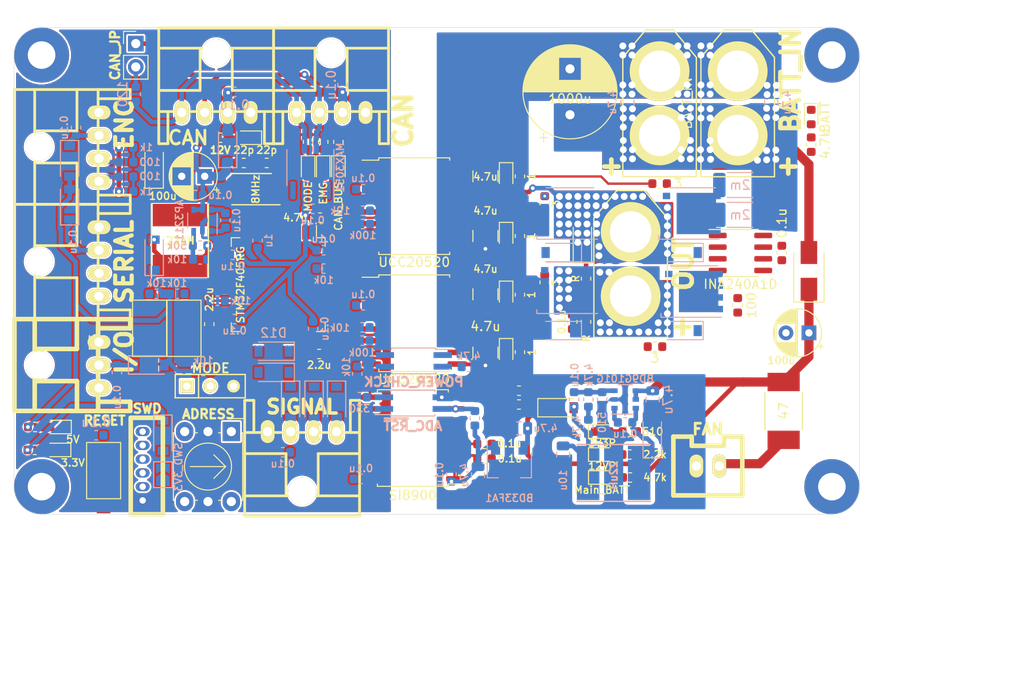
<source format=kicad_pcb>
(kicad_pcb (version 20171130) (host pcbnew "(5.1.4)-1")
  (layers (0 F.Cu signal) (31 B.Cu signal) (34 B.Paste user) (35 F.Paste user) (36 B.SilkS user) (37 F.SilkS user) (38 B.Mask user) (39 F.Mask user) (44 Edge.Cuts user))
  (net 0 "")
  (net 1 /OSC_IN)
  (net 2 GND)
  (net 3 /~RST)
  (net 4 /OSC_OUT)
  (net 5 "Net-(C4-Pad2)")
  (net 6 +3V3)
  (net 7 /CAN_Vdd)
  (net 8 "Net-(C13-Pad1)")
  (net 9 "Net-(C14-Pad1)")
  (net 10 "Net-(C15-Pad2)")
  (net 11 "Net-(C16-Pad2)")
  (net 12 /FB_PWR_OUT)
  (net 13 /FB_PWR)
  (net 14 /OUT_L)
  (net 15 "Net-(C19-Pad1)")
  (net 16 "Net-(C20-Pad1)")
  (net 17 GNDPWR)
  (net 18 /Current)
  (net 19 +3.3VP)
  (net 20 "Net-(C23-Pad2)")
  (net 21 "Net-(C23-Pad1)")
  (net 22 /Voltage)
  (net 23 /batt)
  (net 24 /OUT_R)
  (net 25 /CounterVoltage)
  (net 26 +12P)
  (net 27 "Net-(C30-Pad1)")
  (net 28 "Net-(C31-Pad1)")
  (net 29 +BATT)
  (net 30 +5V)
  (net 31 /PWM_R)
  (net 32 "Net-(D2-Pad2)")
  (net 33 /PWM_L)
  (net 34 "Net-(D3-Pad2)")
  (net 35 "Net-(D4-Pad2)")
  (net 36 +12V)
  (net 37 /PWM0_L)
  (net 38 "Net-(D11-Pad2)")
  (net 39 "Net-(D12-Pad2)")
  (net 40 /PWM0_R)
  (net 41 "Net-(D13-Pad2)")
  (net 42 "Net-(D14-Pad2)")
  (net 43 "Net-(D17-Pad1)")
  (net 44 "Net-(D19-Pad2)")
  (net 45 "Net-(D20-Pad2)")
  (net 46 "Net-(D21-Pad2)")
  (net 47 "Net-(D22-Pad2)")
  (net 48 "Net-(D23-Pad2)")
  (net 49 "Net-(D26-Pad2)")
  (net 50 "Net-(JP1-Pad1)")
  (net 51 /CAN_H)
  (net 52 "Net-(JP2-Pad2)")
  (net 53 /SWCLK)
  (net 54 /SWDIO)
  (net 55 "Net-(P1-Pad6)")
  (net 56 /CAN_L)
  (net 57 /USART2_RX)
  (net 58 /USART2_TX)
  (net 59 /PA4)
  (net 60 "Net-(P7-Pad2)")
  (net 61 "Net-(Q1-Pad4)")
  (net 62 /MOTOR_BATT)
  (net 63 "Net-(Q2-Pad4)")
  (net 64 "Net-(Q3-Pad4)")
  (net 65 "Net-(Q4-Pad4)")
  (net 66 "Net-(R1-Pad1)")
  (net 67 /PA6)
  (net 68 /SW0)
  (net 69 /SW1)
  (net 70 /LED0)
  (net 71 /LED1)
  (net 72 /LED2)
  (net 73 "Net-(R9-Pad2)")
  (net 74 /EN0)
  (net 75 "Net-(R11-Pad1)")
  (net 76 "Net-(R12-Pad1)")
  (net 77 "Net-(R13-Pad2)")
  (net 78 "Net-(R17-Pad2)")
  (net 79 "Net-(R18-Pad2)")
  (net 80 "Net-(R21-Pad1)")
  (net 81 "Net-(R30-Pad2)")
  (net 82 "Net-(R31-Pad2)")
  (net 83 "Net-(R35-Pad1)")
  (net 84 /FB)
  (net 85 /PA8)
  (net 86 "Net-(R40-Pad1)")
  (net 87 "Net-(SW2-Pad1)")
  (net 88 /ADR_1)
  (net 89 /ADR_8)
  (net 90 /ADR_4)
  (net 91 /ADR_2)
  (net 92 /CAN1_RX)
  (net 93 /CAN1_TX)
  (net 94 "Net-(U3-Pad2)")
  (net 95 "Net-(U3-Pad3)")
  (net 96 "Net-(U3-Pad4)")
  (net 97 "Net-(U3-Pad15)")
  (net 98 "Net-(U3-Pad21)")
  (net 99 "Net-(U3-Pad23)")
  (net 100 "Net-(U3-Pad24)")
  (net 101 "Net-(U3-Pad25)")
  (net 102 "Net-(U3-Pad26)")
  (net 103 "Net-(U3-Pad27)")
  (net 104 "Net-(U3-Pad29)")
  (net 105 "Net-(U3-Pad30)")
  (net 106 "Net-(U3-Pad33)")
  (net 107 "Net-(U3-Pad37)")
  (net 108 "Net-(U3-Pad38)")
  (net 109 "Net-(U3-Pad39)")
  (net 110 "Net-(U3-Pad40)")
  (net 111 /USART1_TX)
  (net 112 /USART1_RX)
  (net 113 /PA11)
  (net 114 "Net-(U3-Pad45)")
  (net 115 "Net-(U3-Pad50)")
  (net 116 "Net-(U3-Pad51)")
  (net 117 "Net-(U3-Pad52)")
  (net 118 "Net-(U3-Pad53)")
  (net 119 "Net-(U3-Pad54)")
  (net 120 "Net-(U3-Pad55)")
  (net 121 "Net-(U3-Pad58)")
  (net 122 "Net-(U3-Pad59)")
  (net 123 "Net-(U4-Pad13)")
  (net 124 "Net-(U4-Pad12)")
  (net 125 "Net-(U4-Pad7)")
  (net 126 "Net-(U4-Pad2)")
  (net 127 "Net-(U5-Pad6)")
  (net 128 "Net-(U5-Pad11)")
  (net 129 "Net-(U5-Pad14)")
  (net 130 "Net-(U5-Pad15)")
  (net 131 "Net-(U10-Pad2)")
  (net 132 "Net-(U10-Pad7)")
  (net 133 "Net-(U10-Pad12)")
  (net 134 "Net-(U10-Pad13)")
  (net 135 "Net-(D27-Pad2)")
  (net 136 "Net-(C26-Pad2)")
  (net 137 "Net-(P11-Pad4)")
  (net 138 "Net-(P11-Pad3)")
  (net 139 /TIM3_CH1)
  (net 140 /TIM3_CH2)
  (net 141 "Net-(C39-Pad1)")
  (net 142 "Net-(C39-Pad2)")
  (net 143 /ADC_~RST)
  (net 144 "Net-(D7-Pad1)")
  (net 145 "Net-(D8-Pad1)")
  (net 146 "Net-(D9-Pad1)")
  (net 147 "Net-(D32-Pad2)")
  (net 148 "Net-(D33-Pad2)")
  (net 149 "Net-(D34-Pad2)")
  (module Capacitor_SMD:C_0603_1608Metric (layer F.Cu) (at 176.25 69.75)
    (fp_text reference C1 hide)
    (fp_text value 22p (at 0 -1.414214) (layer F.SilkS) (effects (font (size 0.8 0.8))))
    (pad 2 smd roundrect (at 0.7875 0) (size 0.875 0.95) (layers F.Cu F.Paste F.Mask) (net 1 /OSC_IN))
    (pad 1 smd roundrect (at -0.7875 0) (size 0.875 0.95) (layers F.Cu F.Paste F.Mask) (net 2 GND))
  )
  (module Capacitor_SMD:C_0603_1608Metric (layer B.Cu) (at 157.7 99.4)
    (fp_text reference C2 hide)
    (fp_text value 0.1u (at 0 -1.43) (layer B.SilkS) (effects (justify mirror)))
    (pad 1 smd roundrect (at -0.7875 0) (size 0.875 0.95) (layers B.Cu B.Paste B.Mask) (net 2 GND))
    (pad 2 smd roundrect (at 0.7875 0) (size 0.875 0.95) (layers B.Cu B.Paste B.Mask) (net 3 /~RST))
  )
  (module Capacitor_SMD:C_0603_1608Metric (layer F.Cu) (at 173.75 69.75 180)
    (fp_text reference C3 hide)
    (fp_text value 22p (at 0 1.414214) (layer F.SilkS) (effects (font (size 0.8 0.8))))
    (pad 1 smd roundrect (at -0.7875 0 180) (size 0.875 0.95) (layers F.Cu F.Paste F.Mask) (net 2 GND))
    (pad 2 smd roundrect (at 0.7875 0 180) (size 0.875 0.95) (layers F.Cu F.Paste F.Mask) (net 4 /OSC_OUT))
  )
  (module Capacitor_SMD:C_0603_1608Metric (layer B.Cu) (at 178 101.25)
    (fp_text reference C4 hide)
    (fp_text value 0.1u (at 0 1.25) (layer B.SilkS) (effects (font (size 0.8 0.8)) (justify mirror)))
    (pad 1 smd roundrect (at -0.7875 0) (size 0.875 0.95) (layers B.Cu B.Paste B.Mask) (net 2 GND))
    (pad 2 smd roundrect (at 0.7875 0) (size 0.875 0.95) (layers B.Cu B.Paste B.Mask) (net 5 "Net-(C4-Pad2)"))
  )
  (module Capacitor_SMD:C_0603_1608Metric (layer B.Cu) (at 172.55 79.75 180)
    (fp_text reference C5 hide)
    (fp_text value 0.1u (at 0 -1.25) (layer B.SilkS) (effects (font (size 0.8 0.8)) (justify mirror)))
    (pad 1 smd roundrect (at -0.7875 0 180) (size 0.875 0.95) (layers B.Cu B.Paste B.Mask) (net 6 +3V3))
    (pad 2 smd roundrect (at 0.7875 0 180) (size 0.875 0.95) (layers B.Cu B.Paste B.Mask) (net 2 GND))
  )
  (module Capacitor_SMD:C_0603_1608Metric (layer B.Cu) (at 172.75 86.75 180)
    (fp_text reference C6 hide)
    (fp_text value 0.1u (at 0 -1.25) (layer B.SilkS) (effects (font (size 0.8 0.8)) (justify mirror)))
    (pad 2 smd roundrect (at 0.7875 0 180) (size 0.875 0.95) (layers B.Cu B.Paste B.Mask) (net 2 GND))
    (pad 1 smd roundrect (at -0.7875 0 180) (size 0.875 0.95) (layers B.Cu B.Paste B.Mask) (net 6 +3V3))
  )
  (module Capacitor_SMD:C_0603_1608Metric (layer B.Cu) (at 184.5 61.25 270)
    (fp_text reference C7 hide)
    (fp_text value 0.1u (at 0 1.25 90) (layer B.SilkS) (effects (justify mirror)))
    (pad 2 smd roundrect (at 0.7875 0 270) (size 0.875 0.95) (layers B.Cu B.Paste B.Mask) (net 7 /CAN_Vdd))
    (pad 1 smd roundrect (at -0.7875 0 270) (size 0.875 0.95) (layers B.Cu B.Paste B.Mask) (net 2 GND))
  )
  (module Capacitor_SMD:C_0603_1608Metric (layer B.Cu) (at 181.3 87.8 270)
    (fp_text reference C8 hide)
    (fp_text value 0.1u (at 0 -1.254999 90) (layer B.SilkS) (effects (font (size 0.8 0.8)) (justify mirror)))
    (pad 2 smd roundrect (at 0.7875 0 270) (size 0.875 0.95) (layers B.Cu B.Paste B.Mask) (net 2 GND))
    (pad 1 smd roundrect (at -0.7875 0 270) (size 0.875 0.95) (layers B.Cu B.Paste B.Mask) (net 6 +3V3))
  )
  (module Capacitor_SMD:C_0603_1608Metric (layer B.Cu) (at 182.45 79.25)
    (fp_text reference C9 hide)
    (fp_text value 0.1u (at -0.005001 -1.244999) (layer B.SilkS) (effects (font (size 0.8 0.8)) (justify mirror)))
    (pad 1 smd roundrect (at -0.7875 0) (size 0.875 0.95) (layers B.Cu B.Paste B.Mask) (net 6 +3V3))
    (pad 2 smd roundrect (at 0.7875 0) (size 0.875 0.95) (layers B.Cu B.Paste B.Mask) (net 2 GND))
  )
  (module Capacitor_SMD:C_0603_1608Metric (layer B.Cu) (at 175.25 78.2 90)
    (fp_text reference C10 hide)
    (fp_text value 1u (at 0 1.2 90) (layer B.SilkS) (effects (font (size 0.8 0.8)) (justify mirror)))
    (pad 2 smd roundrect (at 0.7875 0 90) (size 0.875 0.95) (layers B.Cu B.Paste B.Mask) (net 2 GND))
    (pad 1 smd roundrect (at -0.7875 0 90) (size 0.875 0.95) (layers B.Cu B.Paste B.Mask) (net 6 +3V3))
  )
  (module Capacitor_SMD:C_0603_1608Metric (layer B.Cu) (at 172.75 62 180)
    (fp_text reference C11 hide)
    (fp_text value 0.1u (at 0 -1.43) (layer B.SilkS) (effects (justify mirror)))
    (pad 2 smd roundrect (at 0.7875 0 180) (size 0.875 0.95) (layers B.Cu B.Paste B.Mask) (net 7 /CAN_Vdd))
    (pad 1 smd roundrect (at -0.7875 0 180) (size 0.875 0.95) (layers B.Cu B.Paste B.Mask) (net 2 GND))
  )
  (module Capacitor_SMD:C_0603_1608Metric (layer F.Cu) (at 182.05 75.7)
    (fp_text reference C12 hide)
    (fp_text value 4.7u (at -2.7 0) (layer F.SilkS) (effects (font (size 0.8 0.8))))
    (pad 1 smd roundrect (at -0.7875 0) (size 0.875 0.95) (layers F.Cu F.Paste F.Mask) (net 6 +3V3))
    (pad 2 smd roundrect (at 0.7875 0) (size 0.875 0.95) (layers F.Cu F.Paste F.Mask) (net 2 GND))
  )
  (module Capacitor_SMD:C_0603_1608Metric (layer F.Cu) (at 170 87.3 270)
    (fp_text reference C13 hide)
    (fp_text value 2.2u (at -2.7 0 90) (layer F.SilkS) (effects (font (size 0.8 0.8))))
    (pad 1 smd roundrect (at -0.7875 0 270) (size 0.875 0.95) (layers F.Cu F.Paste F.Mask) (net 8 "Net-(C13-Pad1)"))
    (pad 2 smd roundrect (at 0.7875 0 270) (size 0.875 0.95) (layers F.Cu F.Paste F.Mask) (net 2 GND))
  )
  (module Capacitor_SMD:C_0603_1608Metric (layer F.Cu) (at 181.95 90.55)
    (fp_text reference C14 hide)
    (fp_text value 2.2u (at 0 1.2) (layer F.SilkS) (effects (font (size 0.8 0.8))))
    (pad 2 smd roundrect (at 0.7875 0) (size 0.875 0.95) (layers F.Cu F.Paste F.Mask) (net 2 GND))
    (pad 1 smd roundrect (at -0.7875 0) (size 0.875 0.95) (layers F.Cu F.Paste F.Mask) (net 9 "Net-(C14-Pad1)"))
  )
  (module Capacitor_SMD:C_0603_1608Metric (layer B.Cu) (at 155.5 78.35 270)
    (fp_text reference C15 hide)
    (fp_text value 0.1u (at 0 0.35 90) (layer B.SilkS) (effects (font (size 0.8 0.8)) (justify mirror)))
    (pad 1 smd roundrect (at -0.7875 0 270) (size 0.875 0.95) (layers B.Cu B.Paste B.Mask) (net 2 GND))
    (pad 2 smd roundrect (at 0.7875 0 270) (size 0.875 0.95) (layers B.Cu B.Paste B.Mask) (net 10 "Net-(C15-Pad2)"))
  )
  (module Capacitor_SMD:C_0603_1608Metric (layer B.Cu) (at 159.95 92.55 90)
    (fp_text reference C16 hide)
    (fp_text value 0.1u (at -2.7 0 90) (layer B.SilkS) (effects (font (size 0.8 0.8)) (justify mirror)))
    (pad 2 smd roundrect (at 0.7875 0 90) (size 0.875 0.95) (layers B.Cu B.Paste B.Mask) (net 11 "Net-(C16-Pad2)"))
    (pad 1 smd roundrect (at -0.7875 0 90) (size 0.875 0.95) (layers B.Cu B.Paste B.Mask) (net 2 GND))
  )
  (module Capacitor_SMD:C_0603_1608Metric (layer B.Cu) (at 186.5 104.15)
    (fp_text reference C17 hide)
    (fp_text value 0.1u (at 0 -1.15) (layer B.SilkS) (effects (font (size 0.8 0.8)) (justify mirror)))
    (pad 1 smd roundrect (at -0.7875 0) (size 0.875 0.95) (layers B.Cu B.Paste B.Mask) (net 6 +3V3))
    (pad 2 smd roundrect (at 0.7875 0) (size 0.875 0.95) (layers B.Cu B.Paste B.Mask) (net 2 GND))
  )
  (module Capacitor_SMD:C_0603_1608Metric (layer B.Cu) (at 209.7 95.5 90)
    (fp_text reference C18 hide)
    (fp_text value 0.1u (at 2.65 0.05 90) (layer B.SilkS) (effects (font (size 0.8 0.8)) (justify mirror)))
    (pad 1 smd roundrect (at -0.7875 0 90) (size 0.875 0.95) (layers B.Cu B.Paste B.Mask) (net 12 /FB_PWR_OUT))
    (pad 2 smd roundrect (at 0.7875 0 90) (size 0.875 0.95) (layers B.Cu B.Paste B.Mask) (net 13 /FB_PWR))
  )
  (module Capacitor_SMD:C_1210_3225Metric (layer F.Cu) (at 200.05 71.2 270)
    (fp_text reference C19 hide)
    (fp_text value 4.7u (at 0.05 0 180) (layer F.SilkS) (effects (font (size 0.8 0.8))))
    (pad 2 smd roundrect (at 1.4 0 270) (size 1.25 2.65) (layers F.Cu F.Paste F.Mask) (roundrect_rratio 0.2) (net 14 /OUT_L))
    (pad 1 smd roundrect (at -1.4 0 270) (size 1.25 2.65) (layers F.Cu F.Paste F.Mask) (roundrect_rratio 0.2) (net 15 "Net-(C19-Pad1)"))
  )
  (module Capacitor_SMD:C_1210_3225Metric (layer F.Cu) (at 200.05 77.7 270)
    (fp_text reference C20 hide)
    (fp_text value 4.7u (at -2.75 0 180) (layer F.SilkS) (effects (font (size 0.8 0.8))))
    (pad 1 smd roundrect (at -1.4 0 270) (size 1.25 2.65) (layers F.Cu F.Paste F.Mask) (roundrect_rratio 0.2) (net 16 "Net-(C20-Pad1)"))
    (pad 2 smd roundrect (at 1.4 0 270) (size 1.25 2.65) (layers F.Cu F.Paste F.Mask) (roundrect_rratio 0.2) (net 17 GNDPWR))
  )
  (module Capacitor_SMD:C_0603_1608Metric (layer F.Cu) (at 199.95 101.95)
    (fp_text reference C21 hide)
    (fp_text value 0.1u (at 2.75 0 180) (layer F.SilkS) (effects (font (size 0.8 0.8))))
    (pad 1 smd roundrect (at -0.7875 0) (size 0.875 0.95) (layers F.Cu F.Paste F.Mask) (net 18 /Current))
    (pad 2 smd roundrect (at 0.7875 0) (size 0.875 0.95) (layers F.Cu F.Paste F.Mask) (net 17 GNDPWR))
  )
  (module Capacitor_SMD:C_0603_1608Metric (layer B.Cu) (at 196.35 103.65 90)
    (fp_text reference C22 hide)
    (fp_text value 0.1u (at 0 -1.3 270) (layer B.SilkS) (effects (font (size 0.8 0.8)) (justify mirror)))
    (pad 1 smd roundrect (at -0.7875 0 90) (size 0.875 0.95) (layers B.Cu B.Paste B.Mask) (net 19 +3.3VP))
    (pad 2 smd roundrect (at 0.7875 0 90) (size 0.875 0.95) (layers B.Cu B.Paste B.Mask) (net 17 GNDPWR))
  )
  (module Capacitor_SMD:C_0603_1608Metric (layer B.Cu) (at 215.25 98 180)
    (fp_text reference C23 hide)
    (fp_text value 0.1u (at 0 -1.25) (layer B.SilkS) (effects (font (size 0.8 0.8)) (justify mirror)))
    (pad 2 smd roundrect (at 0.7875 0 180) (size 0.875 0.95) (layers B.Cu B.Paste B.Mask) (net 20 "Net-(C23-Pad2)"))
    (pad 1 smd roundrect (at -0.7875 0 180) (size 0.875 0.95) (layers B.Cu B.Paste B.Mask) (net 21 "Net-(C23-Pad1)"))
  )
  (module Capacitor_SMD:C_0603_1608Metric (layer F.Cu) (at 199.95 100.35)
    (fp_text reference C24 hide)
    (fp_text value 0.1u (at 2.7 -0.05) (layer F.SilkS) (effects (font (size 0.8 0.8))))
    (pad 2 smd roundrect (at 0.7875 0) (size 0.875 0.95) (layers F.Cu F.Paste F.Mask) (net 17 GNDPWR))
    (pad 1 smd roundrect (at -0.7875 0) (size 0.875 0.95) (layers F.Cu F.Paste F.Mask) (net 22 /Voltage))
  )
  (module Capacitor_THT:CP_Radial_D5.0mm_P2.50mm (layer F.Cu) (at 235.25 88.25 180)
    (fp_text reference C25 hide)
    (fp_text value 100u (at 3 -3 180) (layer F.SilkS) (effects (font (size 0.8 0.8))))
    (pad 1 thru_hole rect (at 0 0 180) (size 1.6 1.6) (drill 0.8) (layers *.Cu *.Mask) (net 23 /batt))
    (pad 2 thru_hole circle (at 2.5 0 180) (size 1.6 1.6) (drill 0.8) (layers *.Cu *.Mask) (net 17 GNDPWR))
  )
  (module Capacitor_SMD:C_0603_1608Metric (layer F.Cu) (at 209.5 87.05 270)
    (fp_text reference C27 hide)
    (fp_text value 0.1u (at 0 1.15 90) (layer F.SilkS) (effects (font (size 0.8 0.8))))
    (pad 1 smd roundrect (at -0.7875 0 270) (size 0.875 0.95) (layers F.Cu F.Paste F.Mask) (net 25 /CounterVoltage))
    (pad 2 smd roundrect (at 0.7875 0 270) (size 0.875 0.95) (layers F.Cu F.Paste F.Mask) (net 24 /OUT_R))
  )
  (module Capacitor_SMD:C_0805_2012Metric (layer B.Cu) (at 208.5 101.5 270)
    (fp_text reference C28 hide)
    (fp_text value 10u (at 2.8 0 90) (layer B.SilkS) (effects (font (size 0.8 0.8)) (justify mirror)))
    (pad 1 smd roundrect (at -0.9375 0 270) (size 0.975 1.4) (layers B.Cu B.Paste B.Mask) (net 12 /FB_PWR_OUT))
    (pad 2 smd roundrect (at 0.9375 0 270) (size 0.975 1.4) (layers B.Cu B.Paste B.Mask) (net 17 GNDPWR))
  )
  (module Capacitor_SMD:C_0805_2012Metric (layer B.Cu) (at 203.7 98.65 180)
    (fp_text reference C29 hide)
    (fp_text value 4.7u (at -2.9 0) (layer B.SilkS) (effects (font (size 0.8 0.8)) (justify mirror)))
    (pad 1 smd roundrect (at -0.9375 0 180) (size 0.975 1.4) (layers B.Cu B.Paste B.Mask) (net 26 +12P))
    (pad 2 smd roundrect (at 0.9375 0 180) (size 0.975 1.4) (layers B.Cu B.Paste B.Mask) (net 17 GNDPWR))
  )
  (module Capacitor_SMD:C_1210_3225Metric (layer F.Cu) (at 200.05 84.05 270)
    (fp_text reference C30 hide)
    (fp_text value 4.7u (at -2.75 0 180) (layer F.SilkS) (effects (font (size 0.8 0.8))))
    (pad 2 smd roundrect (at 1.4 0 270) (size 1.25 2.65) (layers F.Cu F.Paste F.Mask) (roundrect_rratio 0.2) (net 24 /OUT_R))
    (pad 1 smd roundrect (at -1.4 0 270) (size 1.25 2.65) (layers F.Cu F.Paste F.Mask) (roundrect_rratio 0.2) (net 27 "Net-(C30-Pad1)"))
  )
  (module Capacitor_SMD:C_1210_3225Metric (layer F.Cu) (at 200.05 90.4 270)
    (fp_text reference C31 hide)
    (fp_text value 4.7u (at -2.85 0 180) (layer F.SilkS))
    (pad 1 smd roundrect (at -1.4 0 270) (size 1.25 2.65) (layers F.Cu F.Paste F.Mask) (roundrect_rratio 0.2) (net 28 "Net-(C31-Pad1)"))
    (pad 2 smd roundrect (at 1.4 0 270) (size 1.25 2.65) (layers F.Cu F.Paste F.Mask) (roundrect_rratio 0.2) (net 17 GNDPWR))
  )
  (module Capacitor_SMD:C_0805_2012Metric (layer B.Cu) (at 199.25 103.75 270)
    (fp_text reference C32 hide)
    (fp_text value 4.7u (at 0 1.5 90) (layer B.SilkS) (effects (font (size 0.8 0.8)) (justify mirror)))
    (pad 2 smd roundrect (at 0.9375 0 270) (size 0.975 1.4) (layers B.Cu B.Paste B.Mask) (net 17 GNDPWR))
    (pad 1 smd roundrect (at -0.9375 0 270) (size 0.975 1.4) (layers B.Cu B.Paste B.Mask) (net 19 +3.3VP))
  )
  (module Capacitor_THT:CP_Radial_D5.0mm_P2.50mm (layer F.Cu) (at 169.5 71.2 180)
    (fp_text reference C33 hide)
    (fp_text value 100u (at 4.55 -2.15) (layer F.SilkS) (effects (font (size 0.8 0.8))))
    (pad 2 thru_hole circle (at 2.5 0 180) (size 1.6 1.6) (drill 0.8) (layers *.Cu *.Mask) (net 2 GND))
    (pad 1 thru_hole rect (at 0 0 180) (size 1.6 1.6) (drill 0.8) (layers *.Cu *.Mask) (net 36 +12V))
  )
  (module Capacitor_THT:CP_Radial_D10.0mm_P5.00mm (layer F.Cu) (at 209.25 64.5 90)
    (fp_text reference C34 hide)
    (fp_text value 1000u (at 1.75 0 180) (layer F.SilkS))
    (pad 1 thru_hole rect (at 0 0 90) (size 2 2) (drill 1) (layers *.Cu *.Mask) (net 29 +BATT))
    (pad 2 thru_hole circle (at 5 0 90) (size 2 2) (drill 1) (layers *.Cu *.Mask) (net 17 GNDPWR))
  )
  (module Diode_SMD:D_SOD-123 (layer B.Cu) (at 178.85 95.75 270)
    (fp_text reference D1 hide)
    (fp_text value DIODE)
    (pad 2 smd rect (at 1.65 0 270) (size 0.9 1.2) (layers B.Cu B.Paste B.Mask) (net 5 "Net-(C4-Pad2)"))
    (pad 1 smd rect (at -1.65 0 270) (size 0.9 1.2) (layers B.Cu B.Paste B.Mask) (net 30 +5V))
  )
  (module Diode_SMD:D_SOD-123 (layer B.Cu) (at 181.4 95.75 270)
    (fp_text reference D2 hide)
    (fp_text value DIODE)
    (pad 1 smd rect (at -1.65 0 270) (size 0.9 1.2) (layers B.Cu B.Paste B.Mask) (net 31 /PWM_R))
    (pad 2 smd rect (at 1.65 0 270) (size 0.9 1.2) (layers B.Cu B.Paste B.Mask) (net 32 "Net-(D2-Pad2)"))
  )
  (module Diode_SMD:D_SOD-123 (layer B.Cu) (at 183.85 95.75 270)
    (fp_text reference D3 hide)
    (fp_text value DIODE)
    (pad 1 smd rect (at -1.65 0 270) (size 0.9 1.2) (layers B.Cu B.Paste B.Mask) (net 33 /PWM_L))
    (pad 2 smd rect (at 1.65 0 270) (size 0.9 1.2) (layers B.Cu B.Paste B.Mask) (net 34 "Net-(D3-Pad2)"))
  )
  (module Diode_SMD:D_SOD-123 (layer B.Cu) (at 164.95 99.45 270)
    (fp_text reference D4 hide)
    (fp_text value DIODE)
    (pad 2 smd rect (at 1.65 0 270) (size 0.9 1.2) (layers B.Cu B.Paste B.Mask) (net 35 "Net-(D4-Pad2)"))
    (pad 1 smd rect (at -1.65 0 270) (size 0.9 1.2) (layers B.Cu B.Paste B.Mask) (net 6 +3V3))
  )
  (module Diode_SMD:D_SOD-123 (layer B.Cu) (at 172 68 90)
    (fp_text reference D5 hide)
    (fp_text value DIODE)
    (pad 1 smd rect (at -1.65 0 90) (size 0.9 1.2) (layers B.Cu B.Paste B.Mask) (net 36 +12V))
    (pad 2 smd rect (at 1.65 0 90) (size 0.9 1.2) (layers B.Cu B.Paste B.Mask) (net 7 /CAN_Vdd))
  )
  (module Diode_SMD:D_SOD-123 (layer B.Cu) (at 154.8 74.25 90)
    (fp_text reference D6 hide)
    (fp_text value DIODE)
    (pad 2 smd rect (at 1.65 0 90) (size 0.9 1.2) (layers B.Cu B.Paste B.Mask) (net 30 +5V))
    (pad 1 smd rect (at -1.65 0 90) (size 0.9 1.2) (layers B.Cu B.Paste B.Mask) (net 10 "Net-(C15-Pad2)"))
  )
  (module LED_SMD:LED_0603_1608Metric (layer F.Cu) (at 184.05 70.45 270)
    (fp_text reference D7 hide)
    (fp_text value CAN_BUS (at 4 0 270) (layer F.SilkS) (effects (font (size 0.8 0.8))))
    (pad 2 smd roundrect (at 0.7875 0 270) (size 0.875 0.95) (layers F.Cu F.Paste F.Mask) (net 70 /LED0))
    (pad 1 smd roundrect (at -0.7875 0 270) (size 0.875 0.95) (layers F.Cu F.Paste F.Mask) (net 144 "Net-(D7-Pad1)"))
  )
  (module LED_SMD:LED_0603_1608Metric (layer F.Cu) (at 182.4 70.45 270)
    (fp_text reference D8 hide)
    (fp_text value EMG (at 2.6 0 90) (layer F.SilkS) (effects (font (size 0.8 0.8))))
    (pad 1 smd roundrect (at -0.7875 0 270) (size 0.875 0.95) (layers F.Cu F.Paste F.Mask) (net 145 "Net-(D8-Pad1)"))
    (pad 2 smd roundrect (at 0.7875 0 270) (size 0.875 0.95) (layers F.Cu F.Paste F.Mask) (net 71 /LED1))
  )
  (module LED_SMD:LED_0603_1608Metric (layer F.Cu) (at 180.75 70.45 270)
    (fp_text reference D9 hide)
    (fp_text value MODE (at 2.95 0 90) (layer F.SilkS) (effects (font (size 0.8 0.8))))
    (pad 2 smd roundrect (at 0.7875 0 270) (size 0.875 0.95) (layers F.Cu F.Paste F.Mask) (net 72 /LED2))
    (pad 1 smd roundrect (at -0.7875 0 270) (size 0.875 0.95) (layers F.Cu F.Paste F.Mask) (net 146 "Net-(D9-Pad1)"))
  )
  (module Diode_SMD:D_SOD-123 (layer B.Cu) (at 163.45 91.75)
    (fp_text reference D10 hide)
    (fp_text value DIODE)
    (pad 2 smd rect (at 1.65 0) (size 0.9 1.2) (layers B.Cu B.Paste B.Mask) (net 30 +5V))
    (pad 1 smd rect (at -1.65 0) (size 0.9 1.2) (layers B.Cu B.Paste B.Mask) (net 11 "Net-(C16-Pad2)"))
  )
  (module Diode_SMD:D_SOD-123 (layer B.Cu) (at 177 92.55 180)
    (fp_text reference D11 hide)
    (fp_text value DIODE)
    (pad 1 smd rect (at -1.65 0 180) (size 0.9 1.2) (layers B.Cu B.Paste B.Mask) (net 37 /PWM0_L))
    (pad 2 smd rect (at 1.65 0 180) (size 0.9 1.2) (layers B.Cu B.Paste B.Mask) (net 38 "Net-(D11-Pad2)"))
  )
  (module Diode_SMD:D_SOD-123 (layer B.Cu) (at 177 90.25 180)
    (fp_text reference D12 (at 0 2) (layer B.SilkS) (effects (justify mirror)))
    (fp_text value DIODE)
    (pad 2 smd rect (at 1.65 0 180) (size 0.9 1.2) (layers B.Cu B.Paste B.Mask) (net 39 "Net-(D12-Pad2)"))
    (pad 1 smd rect (at -1.65 0 180) (size 0.9 1.2) (layers B.Cu B.Paste B.Mask) (net 40 /PWM0_R))
  )
  (module Diode_SMD:D_0603_1608Metric (layer F.Cu) (at 202.3 71.2 270)
    (fp_text reference D13 hide)
    (fp_text value DIODE)
    (pad 1 smd roundrect (at -0.7875 0 270) (size 0.875 0.95) (layers F.Cu F.Paste F.Mask) (net 15 "Net-(C19-Pad1)"))
    (pad 2 smd roundrect (at 0.7875 0 270) (size 0.875 0.95) (layers F.Cu F.Paste F.Mask) (net 41 "Net-(D13-Pad2)"))
  )
  (module Diode_SMD:D_0603_1608Metric (layer F.Cu) (at 202.3 77.7 270)
    (fp_text reference D14 hide)
    (fp_text value DIODE)
    (pad 2 smd roundrect (at 0.7875 0 270) (size 0.875 0.95) (layers F.Cu F.Paste F.Mask) (net 42 "Net-(D14-Pad2)"))
    (pad 1 smd roundrect (at -0.7875 0 270) (size 0.875 0.95) (layers F.Cu F.Paste F.Mask) (net 16 "Net-(C20-Pad1)"))
  )
  (module Diode_SMD:D_SMA (layer F.Cu) (at 235.25 81.5 90)
    (fp_text reference D15 hide)
    (fp_text value DIODE)
    (pad 1 smd rect (at -2 0 90) (size 2.5 1.8) (layers F.Cu F.Paste F.Mask) (net 23 /batt))
    (pad 2 smd rect (at 2 0 90) (size 2.5 1.8) (layers F.Cu F.Paste F.Mask) (net 29 +BATT))
  )
  (module Diode_SMD:D_SOD-123 (layer B.Cu) (at 218.2 99.6 90)
    (fp_text reference D16 hide)
    (fp_text value DIODE)
    (pad 1 smd rect (at -1.65 0 90) (size 0.9 1.2) (layers B.Cu B.Paste B.Mask) (net 21 "Net-(C23-Pad1)"))
    (pad 2 smd rect (at 1.65 0 90) (size 0.9 1.2) (layers B.Cu B.Paste B.Mask) (net 17 GNDPWR))
  )
  (module Diode_SMD:D_SOD-123 (layer F.Cu) (at 210.6 78.4 90)
    (fp_text reference D17 hide)
    (fp_text value DIODE)
    (pad 1 smd rect (at -1.65 0 90) (size 0.9 1.2) (layers F.Cu F.Paste F.Mask) (net 43 "Net-(D17-Pad1)"))
    (pad 2 smd rect (at 1.65 0 90) (size 0.9 1.2) (layers F.Cu F.Paste F.Mask) (net 14 /OUT_L))
  )
  (module Diode_SMD:D_SOD-123 (layer F.Cu) (at 208 96.4)
    (fp_text reference D18 hide)
    (fp_text value DIODE)
    (pad 2 smd rect (at 1.65 0) (size 0.9 1.2) (layers F.Cu F.Paste F.Mask) (net 12 /FB_PWR_OUT))
    (pad 1 smd rect (at -1.65 0) (size 0.9 1.2) (layers F.Cu F.Paste F.Mask) (net 26 +12P))
  )
  (module Diode_SMD:D_0603_1608Metric (layer F.Cu) (at 202.3 84.1 270)
    (fp_text reference D19 hide)
    (fp_text value DIODE)
    (pad 1 smd roundrect (at -0.7875 0 270) (size 0.875 0.95) (layers F.Cu F.Paste F.Mask) (net 27 "Net-(C30-Pad1)"))
    (pad 2 smd roundrect (at 0.7875 0 270) (size 0.875 0.95) (layers F.Cu F.Paste F.Mask) (net 44 "Net-(D19-Pad2)"))
  )
  (module Diode_SMD:D_0603_1608Metric (layer F.Cu) (at 202.3 90.35 270)
    (fp_text reference D20 hide)
    (fp_text value DIODE)
    (pad 2 smd roundrect (at 0.7875 0 270) (size 0.875 0.95) (layers F.Cu F.Paste F.Mask) (net 45 "Net-(D20-Pad2)"))
    (pad 1 smd roundrect (at -0.7875 0 270) (size 0.875 0.95) (layers F.Cu F.Paste F.Mask) (net 28 "Net-(C31-Pad1)"))
  )
  (module LED_SMD:LED_0603_1608Metric (layer F.Cu) (at 235.5 64.75 270)
    (fp_text reference D21 hide)
    (fp_text value BATT (at 0 -1.5 90) (layer F.SilkS))
    (pad 2 smd roundrect (at 0.7875 0 270) (size 0.875 0.95) (layers F.Cu F.Paste F.Mask) (net 46 "Net-(D21-Pad2)"))
    (pad 1 smd roundrect (at -0.7875 0 270) (size 0.875 0.95) (layers F.Cu F.Paste F.Mask) (net 17 GNDPWR))
  )
  (module LED_SMD:LED_0603_1608Metric (layer F.Cu) (at 212.75 101.5)
    (fp_text reference D22 hide)
    (fp_text value 12VP (at 0 1.25) (layer F.SilkS) (effects (font (size 0.8 0.8))))
    (pad 1 smd roundrect (at -0.7875 0) (size 0.875 0.95) (layers F.Cu F.Paste F.Mask) (net 17 GNDPWR))
    (pad 2 smd roundrect (at 0.7875 0) (size 0.875 0.95) (layers F.Cu F.Paste F.Mask) (net 47 "Net-(D22-Pad2)"))
  )
  (module LED_SMD:LED_0603_1608Metric (layer F.Cu) (at 212.75 99)
    (fp_text reference D23 hide)
    (fp_text value 3V3P (at 0 1.25) (layer F.SilkS) (effects (font (size 0.8 0.8))))
    (pad 1 smd roundrect (at -0.7875 0) (size 0.875 0.95) (layers F.Cu F.Paste F.Mask) (net 17 GNDPWR))
    (pad 2 smd roundrect (at 0.7875 0) (size 0.875 0.95) (layers F.Cu F.Paste F.Mask) (net 48 "Net-(D23-Pad2)"))
  )
  (module Diode_SMD:D_SOD-123 (layer F.Cu) (at 164 70.25 90)
    (fp_text reference D24 hide)
    (fp_text value DIODE)
    (pad 2 smd rect (at 1.65 0 90) (size 0.9 1.2) (layers F.Cu F.Paste F.Mask) (net 2 GND))
    (pad 1 smd rect (at -1.65 0 90) (size 0.9 1.2) (layers F.Cu F.Paste F.Mask) (net 141 "Net-(C39-Pad1)"))
  )
  (module Diode_SMD:D_SOD-123 (layer B.Cu) (at 164 79.75 90)
    (fp_text reference D26 hide)
    (fp_text value DIODE)
    (pad 1 smd rect (at -1.65 0 90) (size 0.9 1.2) (layers B.Cu B.Paste B.Mask) (net 30 +5V))
    (pad 2 smd rect (at 1.65 0 90) (size 0.9 1.2) (layers B.Cu B.Paste B.Mask) (net 49 "Net-(D26-Pad2)"))
  )
  (module Jumper:SolderJumper-2_P1.3mm_Open_TrianglePad1.0x1.5mm (layer B.Cu) (at 164.95 103.7 90)
    (fp_text reference JP1 hide)
    (fp_text value SWD_3V3 (at 0.85 1.7 90) (layer B.SilkS) (effects (font (size 0.8 0.8)) (justify mirror)))
    (pad 2 smd custom (at 0.725 0 90) (size 0.3 0.3) (layers B.Cu B.Mask) (net 35 "Net-(D4-Pad2)") (options (clearance outline) (anchor rect)) (primitives (gr_poly (pts (xy -0.65 0.75) (xy 0.5 0.75) (xy 0.5 -0.75) (xy -0.65 -0.75) (xy -0.15 0)) (width 0))))
    (pad 1 smd custom (at -0.725 0 90) (size 0.3 0.3) (layers B.Cu B.Mask) (net 50 "Net-(JP1-Pad1)") (options (clearance outline) (anchor rect)) (primitives (gr_poly (pts (xy -0.5 0.75) (xy 0.5 0.75) (xy 1 0) (xy 0.5 -0.75) (xy -0.5 -0.75)) (width 0))))
  )
  (module Connector_PinHeader_2.54mm:PinHeader_1x02_P2.54mm_Vertical (layer F.Cu) (at 162 56.75)
    (fp_text reference JP2 hide)
    (fp_text value CAN_JP (at -2.25 1.25 90) (layer F.SilkS) (effects (font (thickness 0.25))))
    (pad 1 thru_hole rect (at 0 0) (size 1.7 1.7) (drill 1) (layers *.Cu *.Mask) (net 51 /CAN_H))
    (pad 2 thru_hole oval (at 0 2.54) (size 1.7 1.7) (drill 1) (layers *.Cu *.Mask) (net 52 "Net-(JP2-Pad2)"))
  )
  (module Mizz_lib:Inductor_Taiyo-Yuden_NR-60xx_HandSoldering (layer B.Cu) (at 214 103.5 180)
    (fp_text reference L1 hide)
    (fp_text value 22uH (at 0 -0.25 270) (layer B.SilkS) (effects (font (size 0.8 0.8) (thickness 0.2)) (justify mirror)))
    (pad 2 smd rect (at 2.775 0 180) (size 2.45 5.9) (layers B.Cu B.Paste B.Mask) (net 12 /FB_PWR_OUT))
    (pad 1 smd rect (at -2.775 0 180) (size 2.45 5.9) (layers B.Cu B.Paste B.Mask) (net 21 "Net-(C23-Pad1)"))
  )
  (module Mizz_lib:Inductor_Taiyo-Yuden_NR-60xx_HandSoldering (layer F.Cu) (at 166.8 78.2 270)
    (fp_text reference L2 hide)
    (fp_text value 22uH (at 0 -0.05 180) (layer F.SilkS) (effects (font (size 0.8 0.8) (thickness 0.2))))
    (pad 1 smd rect (at -2.775 0 270) (size 2.45 5.9) (layers F.Cu F.Paste F.Mask) (net 141 "Net-(C39-Pad1)"))
    (pad 2 smd rect (at 2.775 0 270) (size 2.45 5.9) (layers F.Cu F.Paste F.Mask) (net 49 "Net-(D26-Pad2)"))
  )
  (module Mizz_lib:ZH_6P (layer F.Cu) (at 162.75 106.5 90)
    (fp_text reference P1 hide)
    (fp_text value SWD (at 10 0.5 180) (layer F.SilkS) (effects (font (thickness 0.25))))
    (pad 1 thru_hole oval (at 0 0 90) (size 1 1.524) (drill 0.7) (layers *.Cu *.Mask) (net 2 GND))
    (pad 2 thru_hole oval (at 1.5 0 90) (size 1 1.524) (drill 0.7) (layers *.Cu *.Mask) (net 50 "Net-(JP1-Pad1)"))
    (pad 3 thru_hole oval (at 3 0 90) (size 1 1.524) (drill 0.7) (layers *.Cu *.Mask) (net 53 /SWCLK))
    (pad 4 thru_hole oval (at 4.5 0 90) (size 1 1.524) (drill 0.7) (layers *.Cu *.Mask) (net 54 /SWDIO))
    (pad 5 thru_hole oval (at 6 0 90) (size 1 1.524) (drill 0.7) (layers *.Cu *.Mask) (net 3 /~RST))
    (pad 6 thru_hole oval (at 7.5 0 90) (size 1 1.524) (drill 0.7) (layers *.Cu *.Mask) (net 55 "Net-(P1-Pad6)"))
  )
  (module Mizz_lib:XA_4LC (layer F.Cu) (at 176.35 99)
    (fp_text reference P2 hide)
    (fp_text value SIGNAL (at 3.75 -2.7) (layer F.SilkS) (effects (font (size 1.5 1.5) (thickness 0.375))))
    (pad "" thru_hole circle (at 3.75 6.5) (size 3 3) (drill 3) (layers *.Cu *.Mask F.SilkS) (clearance -0.3))
    (pad 4 thru_hole oval (at 7.5 0) (size 1.5 2.5) (drill 1) (layers *.Cu *.Mask F.SilkS) (net 34 "Net-(D3-Pad2)"))
    (pad 3 thru_hole oval (at 5 0) (size 1.5 2.5) (drill 1) (layers *.Cu *.Mask F.SilkS) (net 32 "Net-(D2-Pad2)"))
    (pad 2 thru_hole oval (at 2.5 0) (size 1.5 2.5) (drill 1) (layers *.Cu *.Mask F.SilkS) (net 5 "Net-(C4-Pad2)"))
    (pad 1 thru_hole oval (at 0 0) (size 1.5 2.5) (drill 1) (layers *.Cu *.Mask F.SilkS) (net 2 GND))
  )
  (module Mizz_lib:XA_4LC (layer F.Cu) (at 187 64.25 180)
    (fp_text reference P3 hide)
    (fp_text value CAN (at -4.1 -0.85 270) (layer F.SilkS) (effects (font (size 2 2) (thickness 0.5))))
    (pad "" thru_hole circle (at 3.75 6.5 180) (size 3 3) (drill 3) (layers *.Cu *.Mask F.SilkS) (clearance -0.3))
    (pad 4 thru_hole oval (at 7.5 0 180) (size 1.5 2.5) (drill 1) (layers *.Cu *.Mask F.SilkS) (net 56 /CAN_L))
    (pad 3 thru_hole oval (at 5 0 180) (size 1.5 2.5) (drill 1) (layers *.Cu *.Mask F.SilkS) (net 51 /CAN_H))
    (pad 2 thru_hole oval (at 2.5 0 180) (size 1.5 2.5) (drill 1) (layers *.Cu *.Mask F.SilkS) (net 7 /CAN_Vdd))
    (pad 1 thru_hole oval (at 0 0 180) (size 1.5 2.5) (drill 1) (layers *.Cu *.Mask F.SilkS) (net 2 GND))
  )
  (module Mizz_lib:XA_4LC (layer F.Cu) (at 174.5 64.25 180)
    (fp_text reference P4 hide)
    (fp_text value CAN (at 6.8 -2.75) (layer F.SilkS) (effects (font (size 1.5 1.5) (thickness 0.3))))
    (pad 1 thru_hole oval (at 0 0 180) (size 1.5 2.5) (drill 1) (layers *.Cu *.Mask F.SilkS) (net 2 GND))
    (pad 2 thru_hole oval (at 2.5 0 180) (size 1.5 2.5) (drill 1) (layers *.Cu *.Mask F.SilkS) (net 7 /CAN_Vdd))
    (pad 3 thru_hole oval (at 5 0 180) (size 1.5 2.5) (drill 1) (layers *.Cu *.Mask F.SilkS) (net 51 /CAN_H))
    (pad 4 thru_hole oval (at 7.5 0 180) (size 1.5 2.5) (drill 1) (layers *.Cu *.Mask F.SilkS) (net 56 /CAN_L))
    (pad "" thru_hole circle (at 3.75 6.5 180) (size 3 3) (drill 3) (layers *.Cu *.Mask F.SilkS) (clearance -0.3))
  )
  (module Mizz_lib:XA_3LC (layer F.Cu) (at 158 89.25 270)
    (fp_text reference P6 (at 0 0.5 90) (layer F.SilkS))
    (fp_text value I/O (at 1.1 -2.75 90) (layer F.SilkS) (effects (font (size 1.8 1.8) (thickness 0.45))))
    (pad "" thru_hole circle (at 2.5 6.5 270) (size 3 3) (drill 3) (layers *.Cu *.Mask F.SilkS) (clearance -0.3))
    (pad 3 thru_hole oval (at 5 0 270) (size 1.5 2.5) (drill 1) (layers *.Cu *.Mask F.SilkS) (net 59 /PA4))
    (pad 2 thru_hole oval (at 2.5 0 270) (size 1.5 2.5) (drill 1) (layers *.Cu *.Mask F.SilkS) (net 11 "Net-(C16-Pad2)"))
    (pad 1 thru_hole oval (at 0 0 270) (size 1.5 2.5) (drill 1) (layers *.Cu *.Mask F.SilkS) (net 2 GND))
  )
  (module Mizz_lib:XA_2P (layer F.Cu) (at 225.5 102.75 180)
    (fp_text reference P7 hide)
    (fp_text value FAN (at 1.25 4) (layer F.SilkS) (effects (font (size 1.2 1.2) (thickness 0.3))))
    (pad 1 thru_hole oval (at 2.5 0 180) (size 1.5 2.5) (drill 1) (layers *.Cu *.Mask F.SilkS) (net 17 GNDPWR))
    (pad 2 thru_hole oval (at 0 0 180) (size 1.5 2.5) (drill 1) (layers *.Cu *.Mask F.SilkS) (net 60 "Net-(P7-Pad2)"))
  )
  (module Mizz_lib:XT60_M (layer F.Cu) (at 227.5 63.25 270)
    (fp_text reference P8)
    (fp_text value BATT_IN (at -2.5 -5.75 90) (layer F.SilkS) (effects (font (size 2 2) (thickness 0.5))))
    (pad 2 thru_hole circle (at 3.5 0 270) (size 6.5 6.5) (drill 4.5) (layers *.Cu *.Mask F.SilkS) (net 29 +BATT))
    (pad 1 thru_hole circle (at -3.5 0 270) (size 6.5 6.5) (drill 4.5) (layers *.Cu *.Mask F.SilkS) (net 17 GNDPWR))
  )
  (module Mizz_lib:XT60_F (layer F.Cu) (at 219 63.25 270)
    (fp_text reference P9)
    (fp_text value BATT_IN (at 0 -3 90) (layer F.SilkS))
    (pad 1 thru_hole circle (at -3.5 0 270) (size 6.5 6.5) (drill 4.5) (layers *.Cu *.Mask F.SilkS) (net 17 GNDPWR))
    (pad 2 thru_hole circle (at 3.5 0 270) (size 6.5 6.5) (drill 4.5) (layers *.Cu *.Mask F.SilkS) (net 29 +BATT))
  )
  (module Mizz_lib:XT60_F (layer F.Cu) (at 215.85 80.75 270)
    (fp_text reference P10)
    (fp_text value OUT (at 0 -5.75 90) (layer F.SilkS) (effects (font (size 2 2) (thickness 0.5))))
    (pad 2 thru_hole circle (at 3.5 0 270) (size 6.5 6.5) (drill 4.5) (layers *.Cu *.Mask F.SilkS) (net 24 /OUT_R))
    (pad 1 thru_hole circle (at -3.5 0 270) (size 6.5 6.5) (drill 4.5) (layers *.Cu *.Mask F.SilkS) (net 14 /OUT_L))
  )
  (module Resistor_SMD:R_0603_1608Metric (layer B.Cu) (at 182.45 81.25)
    (fp_text reference R1 hide)
    (fp_text value 10k (at 0 1.25) (layer B.SilkS) (effects (font (size 0.8 0.8)) (justify mirror)))
    (pad 2 smd roundrect (at 0.7875 0) (size 0.875 0.95) (layers B.Cu B.Paste B.Mask) (net 2 GND))
    (pad 1 smd roundrect (at -0.7875 0) (size 0.875 0.95) (layers B.Cu B.Paste B.Mask) (net 66 "Net-(R1-Pad1)"))
  )
  (module Resistor_SMD:R_0603_1608Metric (layer B.Cu) (at 169.35 92.4)
    (fp_text reference R2 hide)
    (fp_text value 10k (at 0 -1.15) (layer B.SilkS) (effects (font (size 0.8 0.8)) (justify mirror)))
    (pad 2 smd roundrect (at 0.7875 0) (size 0.875 0.95) (layers B.Cu B.Paste B.Mask) (net 67 /PA6))
    (pad 1 smd roundrect (at -0.7875 0) (size 0.875 0.95) (layers B.Cu B.Paste B.Mask) (net 30 +5V))
  )
  (module Resistor_SMD:R_0603_1608Metric (layer B.Cu) (at 162 62.25 90)
    (fp_text reference R3 hide)
    (fp_text value 120 (at 0 -1.43 90) (layer B.SilkS) (effects (justify mirror)))
    (pad 1 smd roundrect (at -0.7875 0 90) (size 0.875 0.95) (layers B.Cu B.Paste B.Mask) (net 56 /CAN_L))
    (pad 2 smd roundrect (at 0.7875 0 90) (size 0.875 0.95) (layers B.Cu B.Paste B.Mask) (net 52 "Net-(JP2-Pad2)"))
  )
  (module Resistor_SMD:R_0603_1608Metric (layer B.Cu) (at 164.25 84 180)
    (fp_text reference R4 hide)
    (fp_text value 10k (at 0 1.15) (layer B.SilkS) (effects (font (size 0.8 0.8)) (justify mirror)))
    (pad 2 smd roundrect (at 0.7875 0 180) (size 0.875 0.95) (layers B.Cu B.Paste B.Mask) (net 68 /SW0))
    (pad 1 smd roundrect (at -0.7875 0 180) (size 0.875 0.95) (layers B.Cu B.Paste B.Mask) (net 30 +5V))
  )
  (module Resistor_SMD:R_0603_1608Metric (layer B.Cu) (at 166.5 84)
    (fp_text reference R5 hide)
    (fp_text value 10k (at 0 -1.15) (layer B.SilkS) (effects (font (size 0.8 0.8)) (justify mirror)))
    (pad 2 smd roundrect (at 0.7875 0) (size 0.875 0.95) (layers B.Cu B.Paste B.Mask) (net 69 /SW1))
    (pad 1 smd roundrect (at -0.7875 0) (size 0.875 0.95) (layers B.Cu B.Paste B.Mask) (net 30 +5V))
  )
  (module Resistor_SMD:R_0603_1608Metric (layer F.Cu) (at 184.05 67.45 90)
    (fp_text reference R6 hide)
    (fp_text value 330)
    (pad 2 smd roundrect (at 0.7875 0 90) (size 0.875 0.95) (layers F.Cu F.Paste F.Mask) (net 2 GND))
    (pad 1 smd roundrect (at -0.7875 0 90) (size 0.875 0.95) (layers F.Cu F.Paste F.Mask) (net 144 "Net-(D7-Pad1)"))
  )
  (module Resistor_SMD:R_0603_1608Metric (layer F.Cu) (at 182.4 67.45 90)
    (fp_text reference R7 hide)
    (fp_text value 330)
    (pad 1 smd roundrect (at -0.7875 0 90) (size 0.875 0.95) (layers F.Cu F.Paste F.Mask) (net 145 "Net-(D8-Pad1)"))
    (pad 2 smd roundrect (at 0.7875 0 90) (size 0.875 0.95) (layers F.Cu F.Paste F.Mask) (net 2 GND))
  )
  (module Resistor_SMD:R_0603_1608Metric (layer F.Cu) (at 180.75 67.45 90)
    (fp_text reference R8 hide)
    (fp_text value 330)
    (pad 2 smd roundrect (at 0.7875 0 90) (size 0.875 0.95) (layers F.Cu F.Paste F.Mask) (net 2 GND))
    (pad 1 smd roundrect (at -0.7875 0 90) (size 0.875 0.95) (layers F.Cu F.Paste F.Mask) (net 146 "Net-(D9-Pad1)"))
  )
  (module Resistor_SMD:R_0603_1608Metric (layer B.Cu) (at 170.9 84.75 180)
    (fp_text reference R9 hide)
    (fp_text value 10k (at -2.55 0) (layer B.SilkS) (effects (font (size 0.8 0.8)) (justify mirror)))
    (pad 1 smd roundrect (at -0.7875 0 180) (size 0.875 0.95) (layers B.Cu B.Paste B.Mask) (net 6 +3V3))
    (pad 2 smd roundrect (at 0.7875 0 180) (size 0.875 0.95) (layers B.Cu B.Paste B.Mask) (net 73 "Net-(R9-Pad2)"))
  )
  (module Resistor_SMD:R_0603_1608Metric (layer B.Cu) (at 186.7 74.95 180)
    (fp_text reference R10 hide)
    (fp_text value 10k (at 2.45 0) (layer B.SilkS) (effects (font (size 0.8 0.8)) (justify mirror)))
    (pad 2 smd roundrect (at 0.7875 0 180) (size 0.875 0.95) (layers B.Cu B.Paste B.Mask) (net 2 GND))
    (pad 1 smd roundrect (at -0.7875 0 180) (size 0.875 0.95) (layers B.Cu B.Paste B.Mask) (net 74 /EN0))
  )
  (module Resistor_SMD:R_0603_1608Metric (layer B.Cu) (at 186.7 76.4 180)
    (fp_text reference R11 hide)
    (fp_text value 100k (at 0 -1.234999) (layer B.SilkS) (effects (font (size 0.8 0.8)) (justify mirror)))
    (pad 2 smd roundrect (at 0.7875 0 180) (size 0.875 0.95) (layers B.Cu B.Paste B.Mask) (net 2 GND))
    (pad 1 smd roundrect (at -0.7875 0 180) (size 0.875 0.95) (layers B.Cu B.Paste B.Mask) (net 75 "Net-(R11-Pad1)"))
  )
  (module Resistor_SMD:R_0603_1608Metric (layer B.Cu) (at 186.35 95.25 180)
    (fp_text reference R12 hide)
    (fp_text value 330 (at 0 -1.25) (layer B.SilkS) (effects (font (size 0.8 0.8)) (justify mirror)))
    (pad 2 smd roundrect (at 0.7875 0 180) (size 0.875 0.95) (layers B.Cu B.Paste B.Mask) (net 2 GND))
    (pad 1 smd roundrect (at -0.7875 0 180) (size 0.875 0.95) (layers B.Cu B.Paste B.Mask) (net 76 "Net-(R12-Pad1)"))
  )
  (module Resistor_SMD:R_0603_1608Metric (layer B.Cu) (at 211.25 98.5 90)
    (fp_text reference R13 hide)
    (fp_text value 4.7k (at 0 -1.25 90) (layer B.SilkS) (effects (font (size 0.8 0.8)) (justify mirror)))
    (pad 1 smd roundrect (at -0.7875 0 90) (size 0.875 0.95) (layers B.Cu B.Paste B.Mask) (net 12 /FB_PWR_OUT))
    (pad 2 smd roundrect (at 0.7875 0 90) (size 0.875 0.95) (layers B.Cu B.Paste B.Mask) (net 77 "Net-(R13-Pad2)"))
  )
  (module Resistor_SMD:R_0603_1608Metric (layer B.Cu) (at 211.25 95.5 90)
    (fp_text reference R14 hide)
    (fp_text value 4.7k (at 2.65 0.05 90) (layer B.SilkS) (effects (font (size 0.8 0.8)) (justify mirror)))
    (pad 2 smd roundrect (at 0.7875 0 90) (size 0.875 0.95) (layers B.Cu B.Paste B.Mask) (net 13 /FB_PWR))
    (pad 1 smd roundrect (at -0.7875 0 90) (size 0.875 0.95) (layers B.Cu B.Paste B.Mask) (net 77 "Net-(R13-Pad2)"))
  )
  (module Resistor_SMD:R_0603_1608Metric (layer B.Cu) (at 212.75 95.5 270)
    (fp_text reference R15 hide)
    (fp_text value 510 (at 2.5 0 90) (layer B.SilkS) (effects (font (size 0.8 0.8)) (justify mirror)))
    (pad 1 smd roundrect (at -0.7875 0 270) (size 0.875 0.95) (layers B.Cu B.Paste B.Mask) (net 13 /FB_PWR))
    (pad 2 smd roundrect (at 0.7875 0 270) (size 0.875 0.95) (layers B.Cu B.Paste B.Mask) (net 17 GNDPWR))
  )
  (module Resistor_SMD:R_0603_1608Metric (layer F.Cu) (at 219 72 180)
    (fp_text reference R17 hide)
    (fp_text value 3 (at -2 0) (layer F.SilkS))
    (pad 1 smd roundrect (at -0.7875 0 180) (size 0.875 0.95) (layers F.Cu F.Paste F.Mask) (net 61 "Net-(Q1-Pad4)"))
    (pad 2 smd roundrect (at 0.7875 0 180) (size 0.875 0.95) (layers F.Cu F.Paste F.Mask) (net 78 "Net-(R17-Pad2)"))
  )
  (module Resistor_SMD:R_0603_1608Metric (layer F.Cu) (at 206.5 74.15 270)
    (fp_text reference R18 hide)
    (fp_text value 3 (at 0 -1.25 90) (layer F.SilkS) (effects (font (size 0.8 0.8))))
    (pad 2 smd roundrect (at 0.7875 0 270) (size 0.875 0.95) (layers F.Cu F.Paste F.Mask) (net 79 "Net-(R18-Pad2)"))
    (pad 1 smd roundrect (at -0.7875 0 270) (size 0.875 0.95) (layers F.Cu F.Paste F.Mask) (net 63 "Net-(Q2-Pad4)"))
  )
  (module Resistor_SMD:R_0603_1608Metric (layer F.Cu) (at 203.8 71.2 270)
    (fp_text reference R19 hide)
    (fp_text value 1 (at 0 -1.25 90) (layer F.SilkS) (effects (font (size 0.8 0.8))))
    (pad 1 smd roundrect (at -0.7875 0 270) (size 0.875 0.95) (layers F.Cu F.Paste F.Mask) (net 26 +12P))
    (pad 2 smd roundrect (at 0.7875 0 270) (size 0.875 0.95) (layers F.Cu F.Paste F.Mask) (net 41 "Net-(D13-Pad2)"))
  )
  (module Resistor_SMD:R_0603_1608Metric (layer F.Cu) (at 203.8 77.7 270)
    (fp_text reference R20 hide)
    (fp_text value 1 (at 0 -1.25 90) (layer F.SilkS) (effects (font (size 0.8 0.8))))
    (pad 2 smd roundrect (at 0.7875 0 270) (size 0.875 0.95) (layers F.Cu F.Paste F.Mask) (net 42 "Net-(D14-Pad2)"))
    (pad 1 smd roundrect (at -0.7875 0 270) (size 0.875 0.95) (layers F.Cu F.Paste F.Mask) (net 26 +12P))
  )
  (module Resistor_SMD:R_0603_1608Metric (layer F.Cu) (at 227.5 85.25 270)
    (fp_text reference R21 hide)
    (fp_text value 100 (at 0 -1.5 90) (layer F.SilkS))
    (pad 1 smd roundrect (at -0.7875 0 270) (size 0.875 0.95) (layers F.Cu F.Paste F.Mask) (net 80 "Net-(R21-Pad1)"))
    (pad 2 smd roundrect (at 0.7875 0 270) (size 0.875 0.95) (layers F.Cu F.Paste F.Mask) (net 18 /Current))
  )
  (module Resistor_SMD:R_0603_1608Metric (layer F.Cu) (at 203.7 94.55 180)
    (fp_text reference R22 hide)
    (fp_text value R)
    (pad 2 smd roundrect (at 0.7875 0 180) (size 0.875 0.95) (layers F.Cu F.Paste F.Mask) (net 22 /Voltage))
    (pad 1 smd roundrect (at -0.7875 0 180) (size 0.875 0.95) (layers F.Cu F.Paste F.Mask) (net 29 +BATT))
  )
  (module Resistor_SMD:R_0603_1608Metric (layer F.Cu) (at 203.7 96.05)
    (fp_text reference R23 hide)
    (fp_text value R)
    (pad 1 smd roundrect (at -0.7875 0) (size 0.875 0.95) (layers F.Cu F.Paste F.Mask) (net 22 /Voltage))
    (pad 2 smd roundrect (at 0.7875 0) (size 0.875 0.95) (layers F.Cu F.Paste F.Mask) (net 17 GNDPWR))
  )
  (module Mizz_lib:R_2812 (layer F.Cu) (at 232.5 96.75 90)
    (fp_text reference R25 hide)
    (fp_text value 47 (at 0 0 90) (layer F.SilkS))
    (pad 1 smd rect (at -3.15 0 90) (size 2 3.5) (layers F.Cu F.Paste F.Mask) (net 60 "Net-(P7-Pad2)"))
    (pad 2 smd rect (at 3.15 0 90) (size 2 3.5) (layers F.Cu F.Paste F.Mask) (net 23 /batt))
  )
  (module Resistor_SMD:R_0603_1608Metric (layer F.Cu) (at 211 82.35 270)
    (fp_text reference R26 hide)
    (fp_text value R (at 0 1.15 90) (layer F.SilkS) (effects (font (size 0.8 0.8))))
    (pad 1 smd roundrect (at -0.7875 0 270) (size 0.875 0.95) (layers F.Cu F.Paste F.Mask) (net 43 "Net-(D17-Pad1)"))
    (pad 2 smd roundrect (at 0.7875 0 270) (size 0.875 0.95) (layers F.Cu F.Paste F.Mask) (net 25 /CounterVoltage))
  )
  (module Resistor_SMD:R_0603_1608Metric (layer F.Cu) (at 211 87.05 270)
    (fp_text reference R27 hide)
    (fp_text value R (at 1.3 0 90) (layer F.SilkS) (effects (font (size 0.8 0.8)) (justify right)))
    (pad 1 smd roundrect (at -0.7875 0 270) (size 0.875 0.95) (layers F.Cu F.Paste F.Mask) (net 25 /CounterVoltage))
    (pad 2 smd roundrect (at 0.7875 0 270) (size 0.875 0.95) (layers F.Cu F.Paste F.Mask) (net 24 /OUT_R))
  )
  (module Resistor_SMD:R_0603_1608Metric (layer F.Cu) (at 203.8 84.1 270)
    (fp_text reference R28 hide)
    (fp_text value 1 (at 0 -1.25 90) (layer F.SilkS) (effects (font (size 0.8 0.8))))
    (pad 1 smd roundrect (at -0.7875 0 270) (size 0.875 0.95) (layers F.Cu F.Paste F.Mask) (net 26 +12P))
    (pad 2 smd roundrect (at 0.7875 0 270) (size 0.875 0.95) (layers F.Cu F.Paste F.Mask) (net 44 "Net-(D19-Pad2)"))
  )
  (module Resistor_SMD:R_0603_1608Metric (layer F.Cu) (at 203.8 90.35 270)
    (fp_text reference R29 hide)
    (fp_text value 1 (at 0 -1.3 90) (layer F.SilkS) (effects (font (size 0.8 0.8))))
    (pad 2 smd roundrect (at 0.7875 0 270) (size 0.875 0.95) (layers F.Cu F.Paste F.Mask) (net 45 "Net-(D20-Pad2)"))
    (pad 1 smd roundrect (at -0.7875 0 270) (size 0.875 0.95) (layers F.Cu F.Paste F.Mask) (net 26 +12P))
  )
  (module Resistor_SMD:R_0603_1608Metric (layer F.Cu) (at 218.5 89.75 180)
    (fp_text reference R30 hide)
    (fp_text value 3 (at 0 -1.25) (layer F.SilkS))
    (pad 1 smd roundrect (at -0.7875 0 180) (size 0.875 0.95) (layers F.Cu F.Paste F.Mask) (net 64 "Net-(Q3-Pad4)"))
    (pad 2 smd roundrect (at 0.7875 0 180) (size 0.875 0.95) (layers F.Cu F.Paste F.Mask) (net 81 "Net-(R30-Pad2)"))
  )
  (module Resistor_SMD:R_0603_1608Metric (layer F.Cu) (at 206.5 82.75 270)
    (fp_text reference R31 hide)
    (fp_text value 3 (at 0 -1.25 90) (layer F.SilkS) (effects (font (size 0.8 0.8))))
    (pad 2 smd roundrect (at 0.7875 0 270) (size 0.875 0.95) (layers F.Cu F.Paste F.Mask) (net 82 "Net-(R31-Pad2)"))
    (pad 1 smd roundrect (at -0.7875 0 270) (size 0.875 0.95) (layers F.Cu F.Paste F.Mask) (net 65 "Net-(Q4-Pad4)"))
  )
  (module Resistor_SMD:R_0603_1608Metric (layer F.Cu) (at 235.5 67.75 270)
    (fp_text reference R32 hide)
    (fp_text value 4.7k (at 0 -1.5 90) (layer F.SilkS))
    (pad 2 smd roundrect (at 0.7875 0 270) (size 0.875 0.95) (layers F.Cu F.Paste F.Mask) (net 29 +BATT))
    (pad 1 smd roundrect (at -0.7875 0 270) (size 0.875 0.95) (layers F.Cu F.Paste F.Mask) (net 46 "Net-(D21-Pad2)"))
  )
  (module Resistor_SMD:R_0603_1608Metric (layer F.Cu) (at 215.75 101.5)
    (fp_text reference R33 hide)
    (fp_text value 2.2k (at 2.75 0) (layer F.SilkS) (effects (font (size 0.8 0.8))))
    (pad 1 smd roundrect (at -0.7875 0) (size 0.875 0.95) (layers F.Cu F.Paste F.Mask) (net 47 "Net-(D22-Pad2)"))
    (pad 2 smd roundrect (at 0.7875 0) (size 0.875 0.95) (layers F.Cu F.Paste F.Mask) (net 26 +12P))
  )
  (module Resistor_SMD:R_0603_1608Metric (layer F.Cu) (at 215.75 99)
    (fp_text reference R34 hide)
    (fp_text value 510 (at 2.5 0) (layer F.SilkS) (effects (font (size 0.8 0.8))))
    (pad 2 smd roundrect (at 0.7875 0) (size 0.875 0.95) (layers F.Cu F.Paste F.Mask) (net 19 +3.3VP))
    (pad 1 smd roundrect (at -0.7875 0) (size 0.875 0.95) (layers F.Cu F.Paste F.Mask) (net 48 "Net-(D23-Pad2)"))
  )
  (module Resistor_SMD:R_0603_1608Metric (layer B.Cu) (at 186.65 89.1 180)
    (fp_text reference R35 hide)
    (fp_text value 100k (at 0 -1.3) (layer B.SilkS) (effects (font (size 0.8 0.8)) (justify mirror)))
    (pad 1 smd roundrect (at -0.7875 0 180) (size 0.875 0.95) (layers B.Cu B.Paste B.Mask) (net 83 "Net-(R35-Pad1)"))
    (pad 2 smd roundrect (at 0.7875 0 180) (size 0.875 0.95) (layers B.Cu B.Paste B.Mask) (net 2 GND))
  )
  (module Resistor_SMD:R_0603_1608Metric (layer B.Cu) (at 186.65 87.65 180)
    (fp_text reference R36 hide)
    (fp_text value 10k (at 2.45 -0.05) (layer B.SilkS) (effects (font (size 0.8 0.8)) (justify mirror)))
    (pad 2 smd roundrect (at 0.7875 0 180) (size 0.875 0.95) (layers B.Cu B.Paste B.Mask) (net 2 GND))
    (pad 1 smd roundrect (at -0.7875 0 180) (size 0.875 0.95) (layers B.Cu B.Paste B.Mask) (net 74 /EN0))
  )
  (module Resistor_SMD:R_0603_1608Metric (layer B.Cu) (at 169 78.75 180)
    (fp_text reference R37 hide)
    (fp_text value 50k (at 2.5 0) (layer B.SilkS) (effects (font (size 0.8 0.8)) (justify mirror)))
    (pad 1 smd roundrect (at -0.7875 0 180) (size 0.875 0.95) (layers B.Cu B.Paste B.Mask) (net 49 "Net-(D26-Pad2)"))
    (pad 2 smd roundrect (at 0.7875 0 180) (size 0.875 0.95) (layers B.Cu B.Paste B.Mask) (net 84 /FB))
  )
  (module Resistor_SMD:R_0603_1608Metric (layer B.Cu) (at 169 80.25)
    (fp_text reference R38 hide)
    (fp_text value 10k (at -2.5 0) (layer B.SilkS) (effects (font (size 0.8 0.8)) (justify mirror)))
    (pad 1 smd roundrect (at -0.7875 0) (size 0.875 0.95) (layers B.Cu B.Paste B.Mask) (net 84 /FB))
    (pad 2 smd roundrect (at 0.7875 0) (size 0.875 0.95) (layers B.Cu B.Paste B.Mask) (net 2 GND))
  )
  (module Resistor_SMD:R_0603_1608Metric (layer B.Cu) (at 186.1 92.7 270)
    (fp_text reference R39 hide)
    (fp_text value 10k (at -0.75 1.2 90) (layer B.SilkS) (effects (font (size 0.8 0.8)) (justify mirror)))
    (pad 1 smd roundrect (at -0.7875 0 270) (size 0.875 0.95) (layers B.Cu B.Paste B.Mask) (net 85 /PA8))
    (pad 2 smd roundrect (at 0.7875 0 270) (size 0.875 0.95) (layers B.Cu B.Paste B.Mask) (net 2 GND))
  )
  (module Resistor_SMD:R_0603_1608Metric (layer B.Cu) (at 198.25 91.95)
    (fp_text reference R40 hide)
    (fp_text value 4.7k (at 0 -1.15) (layer B.SilkS) (effects (font (size 0.8 0.8)) (justify mirror)))
    (pad 2 smd roundrect (at 0.7875 0) (size 0.875 0.95) (layers B.Cu B.Paste B.Mask) (net 17 GNDPWR))
    (pad 1 smd roundrect (at -0.7875 0) (size 0.875 0.95) (layers B.Cu B.Paste B.Mask) (net 86 "Net-(R40-Pad1)"))
  )
  (module Button_Switch_SMD:SW_SPST_CK_RS282G05A3 (layer F.Cu) (at 158.5 103.25 270)
    (fp_text reference SW1 hide)
    (fp_text value RESET (at -5.45 -0.1 180) (layer F.SilkS) (effects (font (thickness 0.25))))
    (pad 1 smd rect (at -3.9 0 270) (size 1.5 1.5) (layers F.Cu F.Paste F.Mask) (net 3 /~RST))
    (pad 2 smd rect (at 3.9 0 270) (size 1.5 1.5) (layers F.Cu F.Paste F.Mask) (net 2 GND))
  )
  (module Mizz_lib:SW_Micro_SPST (layer F.Cu) (at 170.1 94.05)
    (fp_text reference SW2 hide)
    (fp_text value MODE (at 0.05 -1.95) (layer F.SilkS) (effects (font (thickness 0.2))))
    (pad 1 thru_hole rect (at -2.54 0) (size 1.397 1.397) (drill 0.8128) (layers *.Cu *.Mask F.SilkS) (net 87 "Net-(SW2-Pad1)"))
    (pad 2 thru_hole circle (at 0 0) (size 1.397 1.397) (drill 0.8128) (layers *.Cu *.Mask F.SilkS) (net 67 /PA6))
    (pad 3 thru_hole circle (at 2.54 0) (size 1.397 1.397) (drill 0.8128) (layers *.Cu *.Mask F.SilkS) (net 2 GND))
  )
  (module Button_Switch_THT:Nidec_Copal_SH-7010C (layer F.Cu) (at 172.4 99 270)
    (fp_text reference SW5 hide)
    (fp_text value ADRESS (at -1.9 2.5 180) (layer F.SilkS) (effects (font (thickness 0.25))))
    (pad 1 thru_hole rect (at 0 0 270) (size 2.1 1.9) (drill 1) (layers *.Cu *.Mask) (net 88 /ADR_1))
    (pad 8 thru_hole oval (at 7.62 0 270) (size 2.1 1.9) (drill 1) (layers *.Cu *.Mask) (net 89 /ADR_8))
    (pad C thru_hole oval (at 0 2.54 270) (size 2.1 1.9) (drill 1) (layers *.Cu *.Mask) (net 2 GND))
    (pad C thru_hole oval (at 7.62 2.54 270) (size 2.1 1.9) (drill 1) (layers *.Cu *.Mask) (net 2 GND))
    (pad 4 thru_hole oval (at 0 5.08 270) (size 2.1 1.9) (drill 1) (layers *.Cu *.Mask) (net 90 /ADR_4))
    (pad 2 thru_hole oval (at 7.62 5.08 270) (size 2.1 1.9) (drill 1) (layers *.Cu *.Mask) (net 91 /ADR_2))
  )
  (module Package_SO:SOIC-8_3.9x4.9mm_P1.27mm (layer B.Cu) (at 181 70.25 90)
    (fp_text reference U1 hide)
    (fp_text value MAX3051 (at 0 3.25 270) (layer B.SilkS) (effects (font (size 0.8 0.8)) (justify mirror)))
    (pad 8 smd roundrect (at 2.475 1.905 90) (size 1.95 0.6) (layers B.Cu B.Paste B.Mask) (net 2 GND))
    (pad 7 smd roundrect (at 2.475 0.635 90) (size 1.95 0.6) (layers B.Cu B.Paste B.Mask) (net 51 /CAN_H))
    (pad 6 smd roundrect (at 2.475 -0.635 90) (size 1.95 0.6) (layers B.Cu B.Paste B.Mask) (net 56 /CAN_L))
    (pad 5 smd roundrect (at 2.475 -1.905 90) (size 1.95 0.6) (layers B.Cu B.Paste B.Mask) (net 2 GND))
    (pad 4 smd roundrect (at -2.475 -1.905 90) (size 1.95 0.6) (layers B.Cu B.Paste B.Mask) (net 92 /CAN1_RX))
    (pad 3 smd roundrect (at -2.475 -0.635 90) (size 1.95 0.6) (layers B.Cu B.Paste B.Mask) (net 6 +3V3))
    (pad 2 smd roundrect (at -2.475 0.635 90) (size 1.95 0.6) (layers B.Cu B.Paste B.Mask) (net 2 GND))
    (pad 1 smd roundrect (at -2.475 1.905 90) (size 1.95 0.6) (layers B.Cu B.Paste B.Mask) (net 93 /CAN1_TX))
  )
  (module Package_SO:TSOP-6_1.65x3.05mm_P0.95mm (layer B.Cu) (at 169.25 76 90)
    (fp_text reference U2 hide)
    (fp_text value AP3211 (at 0 -2.5 90) (layer B.SilkS) (effects (font (size 0.8 0.8)) (justify mirror)))
    (pad 1 smd rect (at -1.16 0.95 90) (size 0.7 0.51) (layers B.Cu B.Paste B.Mask) (net 142 "Net-(C39-Pad2)"))
    (pad 2 smd rect (at -1.16 0 90) (size 0.7 0.51) (layers B.Cu B.Paste B.Mask) (net 2 GND))
    (pad 3 smd rect (at -1.16 -0.95 90) (size 0.7 0.51) (layers B.Cu B.Paste B.Mask) (net 84 /FB))
    (pad 4 smd rect (at 1.16 -0.95 90) (size 0.7 0.51) (layers B.Cu B.Paste B.Mask) (net 36 +12V))
    (pad 5 smd rect (at 1.16 0 90) (size 0.7 0.51) (layers B.Cu B.Paste B.Mask) (net 36 +12V))
    (pad 6 smd rect (at 1.16 0.95 90) (size 0.7 0.51) (layers B.Cu B.Paste B.Mask) (net 141 "Net-(C39-Pad1)"))
  )
  (module Package_QFP:LQFP-64_10x10mm_P0.5mm (layer F.Cu) (at 177.5 83 270)
    (fp_text reference U3 hide)
    (fp_text value STM32F405RG (at 0 4.101219 90) (layer F.SilkS) (effects (font (size 0.8 0.8))))
    (pad 1 smd roundrect (at -5.675 -3.75 270) (size 1.55 0.3) (layers F.Cu F.Paste F.Mask) (net 6 +3V3))
    (pad 2 smd roundrect (at -5.675 -3.25 270) (size 1.55 0.3) (layers F.Cu F.Paste F.Mask) (net 94 "Net-(U3-Pad2)"))
    (pad 3 smd roundrect (at -5.675 -2.75 270) (size 1.55 0.3) (layers F.Cu F.Paste F.Mask) (net 95 "Net-(U3-Pad3)"))
    (pad 4 smd roundrect (at -5.675 -2.25 270) (size 1.55 0.3) (layers F.Cu F.Paste F.Mask) (net 96 "Net-(U3-Pad4)"))
    (pad 5 smd roundrect (at -5.675 -1.75 270) (size 1.55 0.3) (layers F.Cu F.Paste F.Mask) (net 1 /OSC_IN))
    (pad 6 smd roundrect (at -5.675 -1.25 270) (size 1.55 0.3) (layers F.Cu F.Paste F.Mask) (net 4 /OSC_OUT))
    (pad 7 smd roundrect (at -5.675 -0.75 270) (size 1.55 0.3) (layers F.Cu F.Paste F.Mask) (net 3 /~RST))
    (pad 8 smd roundrect (at -5.675 -0.25 270) (size 1.55 0.3) (layers F.Cu F.Paste F.Mask) (net 70 /LED0))
    (pad 9 smd roundrect (at -5.675 0.25 270) (size 1.55 0.3) (layers F.Cu F.Paste F.Mask) (net 71 /LED1))
    (pad 10 smd roundrect (at -5.675 0.75 270) (size 1.55 0.3) (layers F.Cu F.Paste F.Mask) (net 72 /LED2))
    (pad 11 smd roundrect (at -5.675 1.25 270) (size 1.55 0.3) (layers F.Cu F.Paste F.Mask) (net 68 /SW0))
    (pad 12 smd roundrect (at -5.675 1.75 270) (size 1.55 0.3) (layers F.Cu F.Paste F.Mask) (net 2 GND))
    (pad 13 smd roundrect (at -5.675 2.25 270) (size 1.55 0.3) (layers F.Cu F.Paste F.Mask) (net 6 +3V3))
    (pad 14 smd roundrect (at -5.675 2.75 270) (size 1.55 0.3) (layers F.Cu F.Paste F.Mask) (net 69 /SW1))
    (pad 15 smd roundrect (at -5.675 3.25 270) (size 1.55 0.3) (layers F.Cu F.Paste F.Mask) (net 97 "Net-(U3-Pad15)"))
    (pad 16 smd roundrect (at -5.675 3.75 270) (size 1.55 0.3) (layers F.Cu F.Paste F.Mask) (net 58 /USART2_TX))
    (pad 17 smd roundrect (at -3.75 5.675 270) (size 0.3 1.55) (layers F.Cu F.Paste F.Mask) (net 57 /USART2_RX))
    (pad 18 smd roundrect (at -3.25 5.675 270) (size 0.3 1.55) (layers F.Cu F.Paste F.Mask) (net 2 GND))
    (pad 19 smd roundrect (at -2.75 5.675 270) (size 0.3 1.55) (layers F.Cu F.Paste F.Mask) (net 6 +3V3))
    (pad 20 smd roundrect (at -2.25 5.675 270) (size 0.3 1.55) (layers F.Cu F.Paste F.Mask) (net 59 /PA4))
    (pad 21 smd roundrect (at -1.75 5.675 270) (size 0.3 1.55) (layers F.Cu F.Paste F.Mask) (net 98 "Net-(U3-Pad21)"))
    (pad 22 smd roundrect (at -1.25 5.675 270) (size 0.3 1.55) (layers F.Cu F.Paste F.Mask) (net 67 /PA6))
    (pad 23 smd roundrect (at -0.75 5.675 270) (size 0.3 1.55) (layers F.Cu F.Paste F.Mask) (net 99 "Net-(U3-Pad23)"))
    (pad 24 smd roundrect (at -0.25 5.675 270) (size 0.3 1.55) (layers F.Cu F.Paste F.Mask) (net 100 "Net-(U3-Pad24)"))
    (pad 25 smd roundrect (at 0.25 5.675 270) (size 0.3 1.55) (layers F.Cu F.Paste F.Mask) (net 101 "Net-(U3-Pad25)"))
    (pad 26 smd roundrect (at 0.75 5.675 270) (size 0.3 1.55) (layers F.Cu F.Paste F.Mask) (net 102 "Net-(U3-Pad26)"))
    (pad 27 smd roundrect (at 1.25 5.675 270) (size 0.3 1.55) (layers F.Cu F.Paste F.Mask) (net 103 "Net-(U3-Pad27)"))
    (pad 28 smd roundrect (at 1.75 5.675 270) (size 0.3 1.55) (layers F.Cu F.Paste F.Mask) (net 73 "Net-(R9-Pad2)"))
    (pad 29 smd roundrect (at 2.25 5.675 270) (size 0.3 1.55) (layers F.Cu F.Paste F.Mask) (net 104 "Net-(U3-Pad29)"))
    (pad 30 smd roundrect (at 2.75 5.675 270) (size 0.3 1.55) (layers F.Cu F.Paste F.Mask) (net 105 "Net-(U3-Pad30)"))
    (pad 31 smd roundrect (at 3.25 5.675 270) (size 0.3 1.55) (layers F.Cu F.Paste F.Mask) (net 8 "Net-(C13-Pad1)"))
    (pad 32 smd roundrect (at 3.75 5.675 270) (size 0.3 1.55) (layers F.Cu F.Paste F.Mask) (net 6 +3V3))
    (pad 33 smd roundrect (at 5.675 3.75 270) (size 1.55 0.3) (layers F.Cu F.Paste F.Mask) (net 106 "Net-(U3-Pad33)"))
    (pad 34 smd roundrect (at 5.675 3.25 270) (size 1.55 0.3) (layers F.Cu F.Paste F.Mask) (net 38 "Net-(D11-Pad2)"))
    (pad 35 smd roundrect (at 5.675 2.75 270) (size 1.55 0.3) (layers F.Cu F.Paste F.Mask) (net 39 "Net-(D12-Pad2)"))
    (pad 36 smd roundrect (at 5.675 2.25 270) (size 1.55 0.3) (layers F.Cu F.Paste F.Mask) (net 74 /EN0))
    (pad 37 smd roundrect (at 5.675 1.75 270) (size 1.55 0.3) (layers F.Cu F.Paste F.Mask) (net 107 "Net-(U3-Pad37)"))
    (pad 38 smd roundrect (at 5.675 1.25 270) (size 1.55 0.3) (layers F.Cu F.Paste F.Mask) (net 108 "Net-(U3-Pad38)"))
    (pad 39 smd roundrect (at 5.675 0.75 270) (size 1.55 0.3) (layers F.Cu F.Paste F.Mask) (net 109 "Net-(U3-Pad39)"))
    (pad 40 smd roundrect (at 5.675 0.25 270) (size 1.55 0.3) (layers F.Cu F.Paste F.Mask) (net 110 "Net-(U3-Pad40)"))
    (pad 41 smd roundrect (at 5.675 -0.25 270) (size 1.55 0.3) (layers F.Cu F.Paste F.Mask) (net 85 /PA8))
    (pad 42 smd roundrect (at 5.675 -0.75 270) (size 1.55 0.3) (layers F.Cu F.Paste F.Mask) (net 111 /USART1_TX))
    (pad 43 smd roundrect (at 5.675 -1.25 270) (size 1.55 0.3) (layers F.Cu F.Paste F.Mask) (net 112 /USART1_RX))
    (pad 44 smd roundrect (at 5.675 -1.75 270) (size 1.55 0.3) (layers F.Cu F.Paste F.Mask) (net 113 /PA11))
    (pad 45 smd roundrect (at 5.675 -2.25 270) (size 1.55 0.3) (layers F.Cu F.Paste F.Mask) (net 114 "Net-(U3-Pad45)"))
    (pad 46 smd roundrect (at 5.675 -2.75 270) (size 1.55 0.3) (layers F.Cu F.Paste F.Mask) (net 54 /SWDIO))
    (pad 47 smd roundrect (at 5.675 -3.25 270) (size 1.55 0.3) (layers F.Cu F.Paste F.Mask) (net 9 "Net-(C14-Pad1)"))
    (pad 48 smd roundrect (at 5.675 -3.75 270) (size 1.55 0.3) (layers F.Cu F.Paste F.Mask) (net 6 +3V3))
    (pad 49 smd roundrect (at 3.75 -5.675 270) (size 0.3 1.55) (layers F.Cu F.Paste F.Mask) (net 53 /SWCLK))
    (pad 50 smd roundrect (at 3.25 -5.675 270) (size 0.3 1.55) (layers F.Cu F.Paste F.Mask) (net 115 "Net-(U3-Pad50)"))
    (pad 51 smd roundrect (at 2.75 -5.675 270) (size 0.3 1.55) (layers F.Cu F.Paste F.Mask) (net 116 "Net-(U3-Pad51)"))
    (pad 52 smd roundrect (at 2.25 -5.675 270) (size 0.3 1.55) (layers F.Cu F.Paste F.Mask) (net 117 "Net-(U3-Pad52)"))
    (pad 53 smd roundrect (at 1.75 -5.675 270) (size 0.3 1.55) (layers F.Cu F.Paste F.Mask) (net 118 "Net-(U3-Pad53)"))
    (pad 54 smd roundrect (at 1.25 -5.675 270) (size 0.3 1.55) (layers F.Cu F.Paste F.Mask) (net 119 "Net-(U3-Pad54)"))
    (pad 55 smd roundrect (at 0.75 -5.675 270) (size 0.3 1.55) (layers F.Cu F.Paste F.Mask) (net 120 "Net-(U3-Pad55)"))
    (pad 56 smd roundrect (at 0.25 -5.675 270) (size 0.3 1.55) (layers F.Cu F.Paste F.Mask) (net 139 /TIM3_CH1))
    (pad 57 smd roundrect (at -0.25 -5.675 270) (size 0.3 1.55) (layers F.Cu F.Paste F.Mask) (net 140 /TIM3_CH2))
    (pad 58 smd roundrect (at -0.75 -5.675 270) (size 0.3 1.55) (layers F.Cu F.Paste F.Mask) (net 121 "Net-(U3-Pad58)"))
    (pad 59 smd roundrect (at -1.25 -5.675 270) (size 0.3 1.55) (layers F.Cu F.Paste F.Mask) (net 122 "Net-(U3-Pad59)"))
    (pad 60 smd roundrect (at -1.75 -5.675 270) (size 0.3 1.55) (layers F.Cu F.Paste F.Mask) (net 66 "Net-(R1-Pad1)"))
    (pad 61 smd roundrect (at -2.25 -5.675 270) (size 0.3 1.55) (layers F.Cu F.Paste F.Mask) (net 92 /CAN1_RX))
    (pad 62 smd roundrect (at -2.75 -5.675 270) (size 0.3 1.55) (layers F.Cu F.Paste F.Mask) (net 93 /CAN1_TX))
    (pad 63 smd roundrect (at -3.25 -5.675 270) (size 0.3 1.55) (layers F.Cu F.Paste F.Mask) (net 2 GND))
    (pad 64 smd roundrect (at -3.75 -5.675 270) (size 0.3 1.55) (layers F.Cu F.Paste F.Mask) (net 6 +3V3))
  )
  (module Package_SO:SOIC-16W_7.5x10.3mm_P1.27mm (layer F.Cu) (at 192.3 74.45)
    (fp_text reference U4 hide)
    (fp_text value UCC20520 (at 0 6.1) (layer F.SilkS))
    (pad 16 smd roundrect (at 4.65 -4.445) (size 2.05 0.6) (layers F.Cu F.Paste F.Mask) (net 15 "Net-(C19-Pad1)"))
    (pad 15 smd roundrect (at 4.65 -3.175) (size 2.05 0.6) (layers F.Cu F.Paste F.Mask) (net 78 "Net-(R17-Pad2)"))
    (pad 14 smd roundrect (at 4.65 -1.905) (size 2.05 0.6) (layers F.Cu F.Paste F.Mask) (net 14 /OUT_L))
    (pad 13 smd roundrect (at 4.65 -0.635) (size 2.05 0.6) (layers F.Cu F.Paste F.Mask) (net 123 "Net-(U4-Pad13)"))
    (pad 12 smd roundrect (at 4.65 0.635) (size 2.05 0.6) (layers F.Cu F.Paste F.Mask) (net 124 "Net-(U4-Pad12)"))
    (pad 11 smd roundrect (at 4.65 1.905) (size 2.05 0.6) (layers F.Cu F.Paste F.Mask) (net 16 "Net-(C20-Pad1)"))
    (pad 10 smd roundrect (at 4.65 3.175) (size 2.05 0.6) (layers F.Cu F.Paste F.Mask) (net 79 "Net-(R18-Pad2)"))
    (pad 9 smd roundrect (at 4.65 4.445) (size 2.05 0.6) (layers F.Cu F.Paste F.Mask) (net 17 GNDPWR))
    (pad 8 smd roundrect (at -4.65 4.445) (size 2.05 0.6) (layers F.Cu F.Paste F.Mask) (net 6 +3V3))
    (pad 7 smd roundrect (at -4.65 3.175) (size 2.05 0.6) (layers F.Cu F.Paste F.Mask) (net 125 "Net-(U4-Pad7)"))
    (pad 6 smd roundrect (at -4.65 1.905) (size 2.05 0.6) (layers F.Cu F.Paste F.Mask) (net 75 "Net-(R11-Pad1)"))
    (pad 5 smd roundrect (at -4.65 0.635) (size 2.05 0.6) (layers F.Cu F.Paste F.Mask) (net 74 /EN0))
    (pad 4 smd roundrect (at -4.65 -0.635) (size 2.05 0.6) (layers F.Cu F.Paste F.Mask) (net 2 GND))
    (pad 3 smd roundrect (at -4.65 -1.905) (size 2.05 0.6) (layers F.Cu F.Paste F.Mask) (net 6 +3V3))
    (pad 2 smd roundrect (at -4.65 -3.175) (size 2.05 0.6) (layers F.Cu F.Paste F.Mask) (net 126 "Net-(U4-Pad2)"))
    (pad 1 smd roundrect (at -4.65 -4.445) (size 2.05 0.6) (layers F.Cu F.Paste F.Mask) (net 37 /PWM0_L))
  )
  (module Package_SO:SOIC-16W_7.5x10.3mm_P1.27mm (layer F.Cu) (at 192.15 99.7 180)
    (fp_text reference U5 hide)
    (fp_text value SI8900 (at 0 -6.25) (layer F.SilkS))
    (pad 1 smd roundrect (at -4.65 -4.445 180) (size 2.05 0.6) (layers F.Cu F.Paste F.Mask) (net 19 +3.3VP))
    (pad 2 smd roundrect (at -4.65 -3.175 180) (size 2.05 0.6) (layers F.Cu F.Paste F.Mask) (net 19 +3.3VP))
    (pad 3 smd roundrect (at -4.65 -1.905 180) (size 2.05 0.6) (layers F.Cu F.Paste F.Mask) (net 18 /Current))
    (pad 4 smd roundrect (at -4.65 -0.635 180) (size 2.05 0.6) (layers F.Cu F.Paste F.Mask) (net 22 /Voltage))
    (pad 5 smd roundrect (at -4.65 0.635 180) (size 2.05 0.6) (layers F.Cu F.Paste F.Mask) (net 25 /CounterVoltage))
    (pad 6 smd roundrect (at -4.65 1.905 180) (size 2.05 0.6) (layers F.Cu F.Paste F.Mask) (net 127 "Net-(U5-Pad6)"))
    (pad 7 smd roundrect (at -4.65 3.175 180) (size 2.05 0.6) (layers F.Cu F.Paste F.Mask) (net 143 /ADC_~RST))
    (pad 8 smd roundrect (at -4.65 4.445 180) (size 2.05 0.6) (layers F.Cu F.Paste F.Mask) (net 17 GNDPWR))
    (pad 9 smd roundrect (at 4.65 4.445 180) (size 2.05 0.6) (layers F.Cu F.Paste F.Mask) (net 2 GND))
    (pad 10 smd roundrect (at 4.65 3.175 180) (size 2.05 0.6) (layers F.Cu F.Paste F.Mask) (net 6 +3V3))
    (pad 11 smd roundrect (at 4.65 1.905 180) (size 2.05 0.6) (layers F.Cu F.Paste F.Mask) (net 128 "Net-(U5-Pad11)"))
    (pad 12 smd roundrect (at 4.65 0.635 180) (size 2.05 0.6) (layers F.Cu F.Paste F.Mask) (net 112 /USART1_RX))
    (pad 13 smd roundrect (at 4.65 -0.635 180) (size 2.05 0.6) (layers F.Cu F.Paste F.Mask) (net 111 /USART1_TX))
    (pad 14 smd roundrect (at 4.65 -1.905 180) (size 2.05 0.6) (layers F.Cu F.Paste F.Mask) (net 129 "Net-(U5-Pad14)"))
    (pad 15 smd roundrect (at 4.65 -3.175 180) (size 2.05 0.6) (layers F.Cu F.Paste F.Mask) (net 130 "Net-(U5-Pad15)"))
    (pad 16 smd roundrect (at 4.65 -4.445 180) (size 2.05 0.6) (layers F.Cu F.Paste F.Mask) (net 6 +3V3))
  )
  (module Package_SO:SO-4_4.4x2.3mm_P1.27mm (layer B.Cu) (at 192.15 95.9)
    (fp_text reference U6 hide)
    (fp_text value ADC_~RST (at 0 2.5) (layer B.SilkS) (effects (font (thickness 0.25)) (justify mirror)))
    (pad 1 smd rect (at -3.15 0.635) (size 2 0.64) (layers B.Cu B.Paste B.Mask) (net 113 /PA11))
    (pad 2 smd rect (at -3.15 -0.635) (size 2 0.64) (layers B.Cu B.Paste B.Mask) (net 76 "Net-(R12-Pad1)"))
    (pad 3 smd rect (at 3.15 -0.635) (size 2 0.64) (layers B.Cu B.Paste B.Mask) (net 17 GNDPWR))
    (pad 4 smd rect (at 3.15 0.635) (size 2 0.64) (layers B.Cu B.Paste B.Mask) (net 143 /ADC_~RST))
  )
  (module Package_SO:TSOP-6_1.65x3.05mm_P0.95mm (layer B.Cu) (at 215.25 95.5)
    (fp_text reference U7 hide)
    (fp_text value BD9G101G (at 0 -2.25) (layer B.SilkS) (effects (font (size 0.8 0.8)) (justify mirror)))
    (pad 6 smd rect (at 1.16 0.95) (size 0.7 0.51) (layers B.Cu B.Paste B.Mask) (net 21 "Net-(C23-Pad1)"))
    (pad 5 smd rect (at 1.16 0) (size 0.7 0.51) (layers B.Cu B.Paste B.Mask) (net 23 /batt))
    (pad 4 smd rect (at 1.16 -0.95) (size 0.7 0.51) (layers B.Cu B.Paste B.Mask) (net 23 /batt))
    (pad 3 smd rect (at -1.16 -0.95) (size 0.7 0.51) (layers B.Cu B.Paste B.Mask) (net 13 /FB_PWR))
    (pad 2 smd rect (at -1.16 0) (size 0.7 0.51) (layers B.Cu B.Paste B.Mask) (net 17 GNDPWR))
    (pad 1 smd rect (at -1.16 0.95) (size 0.7 0.51) (layers B.Cu B.Paste B.Mask) (net 20 "Net-(C23-Pad2)"))
  )
  (module Package_SO:SOIC-8_3.9x4.9mm_P1.27mm (layer F.Cu) (at 227.8 79.55)
    (fp_text reference U8 hide)
    (fp_text value INA240A1D (at 0 3.4) (layer F.SilkS))
    (pad 1 smd roundrect (at -2.475 -1.905) (size 1.95 0.6) (layers F.Cu F.Paste F.Mask) (net 62 /MOTOR_BATT))
    (pad 2 smd roundrect (at -2.475 -0.635) (size 1.95 0.6) (layers F.Cu F.Paste F.Mask) (net 17 GNDPWR))
    (pad 3 smd roundrect (at -2.475 0.635) (size 1.95 0.6) (layers F.Cu F.Paste F.Mask) (net 19 +3.3VP))
    (pad 4 smd roundrect (at -2.475 1.905) (size 1.95 0.6) (layers F.Cu F.Paste F.Mask) (net 17 GNDPWR))
    (pad 5 smd roundrect (at 2.475 1.905) (size 1.95 0.6) (layers F.Cu F.Paste F.Mask) (net 80 "Net-(R21-Pad1)"))
    (pad 6 smd roundrect (at 2.475 0.635) (size 1.95 0.6) (layers F.Cu F.Paste F.Mask) (net 19 +3.3VP))
    (pad 7 smd roundrect (at 2.475 -0.635) (size 1.95 0.6) (layers F.Cu F.Paste F.Mask) (net 17 GNDPWR))
    (pad 8 smd roundrect (at 2.475 -1.905) (size 1.95 0.6) (layers F.Cu F.Paste F.Mask) (net 29 +BATT))
  )
  (module Package_TO_SOT_SMD:SOT-89-3 (layer B.Cu) (at 202.65 102.25 270)
    (fp_text reference U9 hide)
    (fp_text value BD33FA1 (at 4 0 180) (layer B.SilkS) (effects (font (size 0.8 0.8)) (justify mirror)))
    (pad 2 smd trapezoid (at 2.667 0) (size 1.6 0.85) (rect_delta 0 -0.6) (layers B.Cu B.Paste B.Mask) (net 17 GNDPWR))
    (pad 1 smd rect (at -1.48 1.5) (size 1 1.5) (layers B.Cu B.Paste B.Mask) (net 19 +3.3VP))
    (pad 2 smd rect (at -1.3335 0) (size 1 1.8) (layers B.Cu B.Paste B.Mask) (net 17 GNDPWR))
    (pad 3 smd rect (at -1.48 -1.5) (size 1 1.5) (layers B.Cu B.Paste B.Mask) (net 26 +12P))
    (pad 2 smd rect (at 1.3335 0) (size 2.2 1.84) (layers B.Cu B.Paste B.Mask) (net 17 GNDPWR))
    (pad 2 smd trapezoid (at -0.0762 0 180) (size 1.5 1) (rect_delta 0 -0.7) (layers B.Cu B.Paste B.Mask) (net 17 GNDPWR))
  )
  (module Package_SO:SOIC-16W_7.5x10.3mm_P1.27mm (layer F.Cu) (at 192.3 87.2)
    (fp_text reference U10 hide)
    (fp_text value UCC20520 (at 0 6.1) (layer F.SilkS))
    (pad 1 smd roundrect (at -4.65 -4.445) (size 2.05 0.6) (layers F.Cu F.Paste F.Mask) (net 40 /PWM0_R))
    (pad 2 smd roundrect (at -4.65 -3.175) (size 2.05 0.6) (layers F.Cu F.Paste F.Mask) (net 131 "Net-(U10-Pad2)"))
    (pad 3 smd roundrect (at -4.65 -1.905) (size 2.05 0.6) (layers F.Cu F.Paste F.Mask) (net 6 +3V3))
    (pad 4 smd roundrect (at -4.65 -0.635) (size 2.05 0.6) (layers F.Cu F.Paste F.Mask) (net 2 GND))
    (pad 5 smd roundrect (at -4.65 0.635) (size 2.05 0.6) (layers F.Cu F.Paste F.Mask) (net 74 /EN0))
    (pad 6 smd roundrect (at -4.65 1.905) (size 2.05 0.6) (layers F.Cu F.Paste F.Mask) (net 83 "Net-(R35-Pad1)"))
    (pad 7 smd roundrect (at -4.65 3.175) (size 2.05 0.6) (layers F.Cu F.Paste F.Mask) (net 132 "Net-(U10-Pad7)"))
    (pad 8 smd roundrect (at -4.65 4.445) (size 2.05 0.6) (layers F.Cu F.Paste F.Mask) (net 6 +3V3))
    (pad 9 smd roundrect (at 4.65 4.445) (size 2.05 0.6) (layers F.Cu F.Paste F.Mask) (net 17 GNDPWR))
    (pad 10 smd roundrect (at 4.65 3.175) (size 2.05 0.6) (layers F.Cu F.Paste F.Mask) (net 82 "Net-(R31-Pad2)"))
    (pad 11 smd roundrect (at 4.65 1.905) (size 2.05 0.6) (layers F.Cu F.Paste F.Mask) (net 28 "Net-(C31-Pad1)"))
    (pad 12 smd roundrect (at 4.65 0.635) (size 2.05 0.6) (layers F.Cu F.Paste F.Mask) (net 133 "Net-(U10-Pad12)"))
    (pad 13 smd roundrect (at 4.65 -0.635) (size 2.05 0.6) (layers F.Cu F.Paste F.Mask) (net 134 "Net-(U10-Pad13)"))
    (pad 14 smd roundrect (at 4.65 -1.905) (size 2.05 0.6) (layers F.Cu F.Paste F.Mask) (net 24 /OUT_R))
    (pad 15 smd roundrect (at 4.65 -3.175) (size 2.05 0.6) (layers F.Cu F.Paste F.Mask) (net 81 "Net-(R30-Pad2)"))
    (pad 16 smd roundrect (at 4.65 -4.445) (size 2.05 0.6) (layers F.Cu F.Paste F.Mask) (net 27 "Net-(C30-Pad1)"))
  )
  (module Package_SO:SO-4_4.4x2.3mm_P1.27mm (layer B.Cu) (at 192.25 91.3 180)
    (fp_text reference U11 hide)
    (fp_text value POWER_CHECK (at 0 -2.3) (layer B.SilkS) (effects (font (thickness 0.25)) (justify mirror)))
    (pad 4 smd rect (at 3.15 0.635 180) (size 2 0.64) (layers B.Cu B.Paste B.Mask) (net 30 +5V))
    (pad 3 smd rect (at 3.15 -0.635 180) (size 2 0.64) (layers B.Cu B.Paste B.Mask) (net 85 /PA8))
    (pad 2 smd rect (at -3.15 -0.635 180) (size 2 0.64) (layers B.Cu B.Paste B.Mask) (net 86 "Net-(R40-Pad1)"))
    (pad 1 smd rect (at -3.15 0.635 180) (size 2 0.64) (layers B.Cu B.Paste B.Mask) (net 29 +BATT))
  )
  (module Mizz_lib:Crystal_SMD_5032_2Pads (layer F.Cu) (at 175.05 72.6 180)
    (fp_text reference Y1 hide)
    (fp_text value 8MHz (at 0 0 90) (layer F.SilkS) (effects (font (size 0.8 0.8))))
    (pad 1 smd rect (at -2.05 0 180) (size 2 2.4) (layers F.Cu F.Paste F.Mask) (net 1 /OSC_IN))
    (pad 2 smd rect (at 2.05 0 180) (size 2 2.4) (layers F.Cu F.Paste F.Mask) (net 4 /OSC_OUT))
  )
  (module Capacitor_SMD:C_0603_1608Metric (layer F.Cu) (at 232.3 79.55 90)
    (fp_text reference C36 hide)
    (fp_text value 0.1u (at 3.25 0 90) (layer F.SilkS))
    (pad 1 smd roundrect (at -0.7875 0 90) (size 0.875 0.95) (layers F.Cu F.Paste F.Mask) (net 19 +3.3VP))
    (pad 2 smd roundrect (at 0.7875 0 90) (size 0.875 0.95) (layers F.Cu F.Paste F.Mask) (net 17 GNDPWR))
  )
  (module Capacitor_SMD:C_0805_2012Metric (layer B.Cu) (at 218.25 95.5 270)
    (fp_text reference C37 hide)
    (fp_text value 4.7u (at 0 -1.65 90) (layer B.SilkS) (effects (justify mirror)))
    (pad 1 smd roundrect (at -0.9375 0 270) (size 0.975 1.4) (layers B.Cu B.Paste B.Mask) (net 23 /batt))
    (pad 2 smd roundrect (at 0.9375 0 270) (size 0.975 1.4) (layers B.Cu B.Paste B.Mask) (net 17 GNDPWR))
  )
  (module LED_SMD:LED_0603_1608Metric (layer F.Cu) (at 212.75 104)
    (fp_text reference D27 hide)
    (fp_text value Main_BATT (at 0 1.35) (layer F.SilkS) (effects (font (size 0.8 0.8))))
    (pad 1 smd roundrect (at -0.7875 0) (size 0.875 0.95) (layers F.Cu F.Paste F.Mask) (net 17 GNDPWR))
    (pad 2 smd roundrect (at 0.7875 0) (size 0.875 0.95) (layers F.Cu F.Paste F.Mask) (net 135 "Net-(D27-Pad2)"))
  )
  (module Resistor_SMD:R_0603_1608Metric (layer F.Cu) (at 215.805001 104)
    (fp_text reference R41 hide)
    (fp_text value 4.7k (at 2.694999 -0.005001) (layer F.SilkS) (effects (font (size 0.8 0.8))))
    (pad 1 smd roundrect (at -0.7875 0) (size 0.875 0.95) (layers F.Cu F.Paste F.Mask) (net 135 "Net-(D27-Pad2)"))
    (pad 2 smd roundrect (at 0.7875 0) (size 0.875 0.95) (layers F.Cu F.Paste F.Mask) (net 23 /batt))
  )
  (module Mizz_lib:XA_4LC (layer F.Cu) (at 158 76.75 270)
    (fp_text reference P5 hide)
    (fp_text value SERIAL (at 3.75 -2.75 90) (layer F.SilkS) (effects (font (size 1.8 1.8) (thickness 0.45))))
    (pad "" thru_hole circle (at 3.75 6.5 270) (size 3 3) (drill 3) (layers *.Cu *.Mask F.SilkS) (clearance -0.3))
    (pad 4 thru_hole oval (at 7.5 0 270) (size 1.5 2.5) (drill 1) (layers *.Cu *.Mask F.SilkS) (net 57 /USART2_RX))
    (pad 3 thru_hole oval (at 5 0 270) (size 1.5 2.5) (drill 1) (layers *.Cu *.Mask F.SilkS) (net 58 /USART2_TX))
    (pad 2 thru_hole oval (at 2.5 0 270) (size 1.5 2.5) (drill 1) (layers *.Cu *.Mask F.SilkS) (net 10 "Net-(C15-Pad2)"))
    (pad 1 thru_hole oval (at 0 0 270) (size 1.5 2.5) (drill 1) (layers *.Cu *.Mask F.SilkS) (net 2 GND))
  )
  (module Capacitor_SMD:C_0603_1608Metric (layer B.Cu) (at 155.5 65.9 270)
    (fp_text reference C26 hide)
    (fp_text value 0.1u (at 0 1.3 270) (layer B.SilkS) (effects (font (size 0.8 0.8)) (justify mirror)))
    (pad 1 smd roundrect (at -0.7875 0 270) (size 0.875 0.95) (layers B.Cu B.Paste B.Mask) (net 2 GND))
    (pad 2 smd roundrect (at 0.7875 0 270) (size 0.875 0.95) (layers B.Cu B.Paste B.Mask) (net 136 "Net-(C26-Pad2)"))
  )
  (module Diode_SMD:D_SOD-123 (layer B.Cu) (at 154.8 69.55 270)
    (fp_text reference D28 hide)
    (fp_text value DIODE)
    (pad 1 smd rect (at -1.65 0 270) (size 0.9 1.2) (layers B.Cu B.Paste B.Mask) (net 136 "Net-(C26-Pad2)"))
    (pad 2 smd rect (at 1.65 0 270) (size 0.9 1.2) (layers B.Cu B.Paste B.Mask) (net 30 +5V))
  )
  (module Mizz_lib:XA_4LC (layer F.Cu) (at 158 64.25 270)
    (fp_text reference P11 hide)
    (fp_text value ENC (at 1.3 -2.75 270) (layer F.SilkS) (effects (font (size 1.8 1.8) (thickness 0.45))))
    (pad "" thru_hole circle (at 3.75 6.5 270) (size 3 3) (drill 3) (layers *.Cu *.Mask F.SilkS) (clearance -0.3))
    (pad 4 thru_hole oval (at 7.5 0 270) (size 1.5 2.5) (drill 1) (layers *.Cu *.Mask F.SilkS) (net 137 "Net-(P11-Pad4)"))
    (pad 3 thru_hole oval (at 5 0 270) (size 1.5 2.5) (drill 1) (layers *.Cu *.Mask F.SilkS) (net 138 "Net-(P11-Pad3)"))
    (pad 2 thru_hole oval (at 2.5 0 270) (size 1.5 2.5) (drill 1) (layers *.Cu *.Mask F.SilkS) (net 136 "Net-(C26-Pad2)"))
    (pad 1 thru_hole oval (at 0 0 270) (size 1.5 2.5) (drill 1) (layers *.Cu *.Mask F.SilkS) (net 2 GND))
  )
  (module Resistor_SMD:R_0603_1608Metric (layer B.Cu) (at 160.95 72.85)
    (fp_text reference R42 hide)
    (fp_text value 1k (at 2.2 0) (layer B.SilkS) (effects (font (size 0.8 0.8)) (justify mirror)))
    (pad 1 smd roundrect (at -0.7875 0) (size 0.875 0.95) (layers B.Cu B.Paste B.Mask) (net 6 +3V3))
    (pad 2 smd roundrect (at 0.7875 0) (size 0.875 0.95) (layers B.Cu B.Paste B.Mask) (net 139 /TIM3_CH1))
  )
  (module Resistor_SMD:R_0603_1608Metric (layer B.Cu) (at 160.95 68.05)
    (fp_text reference R43 hide)
    (fp_text value 1k (at 2.2 0) (layer B.SilkS) (effects (font (size 0.8 0.8)) (justify mirror)))
    (pad 2 smd roundrect (at 0.7875 0) (size 0.875 0.95) (layers B.Cu B.Paste B.Mask) (net 140 /TIM3_CH2))
    (pad 1 smd roundrect (at -0.7875 0) (size 0.875 0.95) (layers B.Cu B.Paste B.Mask) (net 6 +3V3))
  )
  (module Resistor_SMD:R_0603_1608Metric (layer B.Cu) (at 160.95 71.25)
    (fp_text reference R44 hide)
    (fp_text value 100 (at 2.6 -0.05) (layer B.SilkS) (effects (font (size 0.8 0.8)) (justify mirror)))
    (pad 1 smd roundrect (at -0.7875 0) (size 0.875 0.95) (layers B.Cu B.Paste B.Mask) (net 137 "Net-(P11-Pad4)"))
    (pad 2 smd roundrect (at 0.7875 0) (size 0.875 0.95) (layers B.Cu B.Paste B.Mask) (net 139 /TIM3_CH1))
  )
  (module Resistor_SMD:R_0603_1608Metric (layer B.Cu) (at 160.95 69.65)
    (fp_text reference R45 hide)
    (fp_text value 100 (at 2.6 0) (layer B.SilkS) (effects (font (size 0.8 0.8)) (justify mirror)))
    (pad 2 smd roundrect (at 0.7875 0) (size 0.875 0.95) (layers B.Cu B.Paste B.Mask) (net 140 /TIM3_CH2))
    (pad 1 smd roundrect (at -0.7875 0) (size 0.875 0.95) (layers B.Cu B.Paste B.Mask) (net 138 "Net-(P11-Pad3)"))
  )
  (module Capacitor_SMD:C_0603_1608Metric (layer B.Cu) (at 168.5 73.25 180)
    (fp_text reference C38 hide)
    (fp_text value 0.1u (at -2.7 0) (layer B.SilkS) (effects (font (size 0.8 0.8)) (justify mirror)))
    (pad 1 smd roundrect (at -0.7875 0 180) (size 0.875 0.95) (layers B.Cu B.Paste B.Mask) (net 36 +12V))
    (pad 2 smd roundrect (at 0.7875 0 180) (size 0.875 0.95) (layers B.Cu B.Paste B.Mask) (net 2 GND))
  )
  (module Capacitor_SMD:C_0603_1608Metric (layer B.Cu) (at 171.75 76 270)
    (fp_text reference C39 hide)
    (fp_text value 0.1u (at 0 -1.2 90) (layer B.SilkS) (effects (font (size 0.8 0.8)) (justify mirror)))
    (pad 1 smd roundrect (at -0.7875 0 270) (size 0.875 0.95) (layers B.Cu B.Paste B.Mask) (net 141 "Net-(C39-Pad1)"))
    (pad 2 smd roundrect (at 0.7875 0 270) (size 0.875 0.95) (layers B.Cu B.Paste B.Mask) (net 142 "Net-(C39-Pad2)"))
  )
  (module Capacitor_SMD:C_0603_1608Metric (layer B.Cu) (at 186.75 72.6)
    (fp_text reference C40 hide)
    (fp_text value 0.1u (at 0 -1.2) (layer B.SilkS) (effects (font (size 0.8 0.8)) (justify mirror)))
    (pad 1 smd roundrect (at -0.7875 0) (size 0.875 0.95) (layers B.Cu B.Paste B.Mask) (net 6 +3V3))
    (pad 2 smd roundrect (at 0.7875 0) (size 0.875 0.95) (layers B.Cu B.Paste B.Mask) (net 2 GND))
  )
  (module Capacitor_SMD:C_0603_1608Metric (layer B.Cu) (at 186.75 85.25)
    (fp_text reference C41 hide)
    (fp_text value 0.1u (at 0 -1.2) (layer B.SilkS) (effects (font (size 0.8 0.8)) (justify mirror)))
    (pad 2 smd roundrect (at 0.7875 0) (size 0.875 0.95) (layers B.Cu B.Paste B.Mask) (net 2 GND))
    (pad 1 smd roundrect (at -0.7875 0) (size 0.875 0.95) (layers B.Cu B.Paste B.Mask) (net 6 +3V3))
  )
  (module Resistor_SMD:R_2010_5025Metric (layer B.Cu) (at 227.75 72.15 180)
    (fp_text reference R24 hide)
    (fp_text value 2m (at 0 0) (layer B.SilkS) (effects (justify mirror)))
    (pad 2 smd roundrect (at 2.25 0 180) (size 1.35 2.65) (layers B.Cu B.Paste B.Mask) (roundrect_rratio 0.185185) (net 62 /MOTOR_BATT))
    (pad 1 smd roundrect (at -2.25 0 180) (size 1.35 2.65) (layers B.Cu B.Paste B.Mask) (roundrect_rratio 0.185185) (net 29 +BATT))
  )
  (module Resistor_SMD:R_2010_5025Metric (layer B.Cu) (at 227.75 75.4 180)
    (fp_text reference R46 hide)
    (fp_text value 2m (at 0 0) (layer B.SilkS) (effects (justify mirror)))
    (pad 1 smd roundrect (at -2.25 0 180) (size 1.35 2.65) (layers B.Cu B.Paste B.Mask) (roundrect_rratio 0.185185) (net 29 +BATT))
    (pad 2 smd roundrect (at 2.25 0 180) (size 1.35 2.65) (layers B.Cu B.Paste B.Mask) (roundrect_rratio 0.185185) (net 62 /MOTOR_BATT))
  )
  (module Button_Switch_SMD:SW_SPST_CK_RS282G05A3 (layer F.Cu) (at 163.5 87.75 90)
    (fp_text reference SW3 hide)
    (fp_text value SW0)
    (pad 2 smd rect (at 3.9 0 90) (size 1.5 1.5) (layers F.Cu F.Paste F.Mask) (net 68 /SW0))
    (pad 1 smd rect (at -3.9 0 90) (size 1.5 1.5) (layers F.Cu F.Paste F.Mask) (net 2 GND))
  )
  (module Button_Switch_SMD:SW_SPST_CK_RS282G05A3 (layer F.Cu) (at 167.25 87.75 90)
    (fp_text reference SW4 hide)
    (fp_text value SW1)
    (pad 1 smd rect (at -3.9 0 90) (size 1.5 1.5) (layers F.Cu F.Paste F.Mask) (net 2 GND))
    (pad 2 smd rect (at 3.9 0 90) (size 1.5 1.5) (layers F.Cu F.Paste F.Mask) (net 69 /SW1))
  )
  (module Capacitor_SMD:C_0603_1608Metric (layer B.Cu) (at 181.25 74.75)
    (fp_text reference C42 hide)
    (fp_text value 0.1u (at 0 1.25) (layer B.SilkS) (effects (font (size 0.8 0.8)) (justify mirror)))
    (pad 1 smd roundrect (at -0.7875 0) (size 0.875 0.95) (layers B.Cu B.Paste B.Mask) (net 6 +3V3))
    (pad 2 smd roundrect (at 0.7875 0) (size 0.875 0.95) (layers B.Cu B.Paste B.Mask) (net 2 GND))
  )
  (module Resistor_SMD:R_0603_1608Metric (layer B.Cu) (at 198.9 97.55 90)
    (fp_text reference R16 hide)
    (fp_text value 4.7k)
    (pad 1 smd roundrect (at -0.7875 0 90) (size 0.875 0.95) (layers B.Cu B.Paste B.Mask) (net 19 +3.3VP))
    (pad 2 smd roundrect (at 0.7875 0 90) (size 0.875 0.95) (layers B.Cu B.Paste B.Mask) (net 143 /ADC_~RST))
  )
  (module Diode_SMD:D_SOD-123 (layer B.Cu) (at 221.5 79.5 180)
    (fp_text reference D25 hide)
    (fp_text value DIODE)
    (pad 1 smd rect (at -1.65 0 180) (size 0.9 1.2) (layers B.Cu B.Paste B.Mask) (net 62 /MOTOR_BATT))
    (pad 2 smd rect (at 1.65 0 180) (size 0.9 1.2) (layers B.Cu B.Paste B.Mask) (net 14 /OUT_L))
  )
  (module Diode_SMD:D_SOD-123 (layer B.Cu) (at 208.25 79.5 180)
    (fp_text reference D29 hide)
    (fp_text value DIODE)
    (pad 1 smd rect (at -1.65 0 180) (size 0.9 1.2) (layers B.Cu B.Paste B.Mask) (net 14 /OUT_L))
    (pad 2 smd rect (at 1.65 0 180) (size 0.9 1.2) (layers B.Cu B.Paste B.Mask) (net 17 GNDPWR))
  )
  (module Diode_SMD:D_SOD-123 (layer B.Cu) (at 221.5 88 180)
    (fp_text reference D30 hide)
    (fp_text value DIODE)
    (pad 2 smd rect (at 1.65 0 180) (size 0.9 1.2) (layers B.Cu B.Paste B.Mask) (net 24 /OUT_R))
    (pad 1 smd rect (at -1.65 0 180) (size 0.9 1.2) (layers B.Cu B.Paste B.Mask) (net 62 /MOTOR_BATT))
  )
  (module Diode_SMD:D_SOD-123 (layer B.Cu) (at 208.25 88 180)
    (fp_text reference D31 hide)
    (fp_text value DIODE)
    (pad 2 smd rect (at 1.65 0 180) (size 0.9 1.2) (layers B.Cu B.Paste B.Mask) (net 17 GNDPWR))
    (pad 1 smd rect (at -1.65 0 180) (size 0.9 1.2) (layers B.Cu B.Paste B.Mask) (net 24 /OUT_R))
  )
  (module LED_SMD:LED_0603_1608Metric (layer F.Cu) (at 174.2 67 180)
    (fp_text reference D32 hide)
    (fp_text value 12V (at 3 -1.35) (layer F.SilkS) (effects (font (size 0.8 0.8) (thickness 0.2))))
    (pad 2 smd roundrect (at 0.7875 0 180) (size 0.875 0.95) (layers F.Cu F.Paste F.Mask) (net 147 "Net-(D32-Pad2)"))
    (pad 1 smd roundrect (at -0.7875 0 180) (size 0.875 0.95) (layers F.Cu F.Paste F.Mask) (net 2 GND))
  )
  (module LED_SMD:LED_0603_1608Metric (layer F.Cu) (at 153.5 98.5 180)
    (fp_text reference D33 hide)
    (fp_text value 5V (at -1.65 -1.35) (layer F.SilkS) (effects (font (size 0.8 0.8))))
    (pad 1 smd roundrect (at -0.7875 0 180) (size 0.875 0.95) (layers F.Cu F.Paste F.Mask) (net 2 GND))
    (pad 2 smd roundrect (at 0.7875 0 180) (size 0.875 0.95) (layers F.Cu F.Paste F.Mask) (net 148 "Net-(D33-Pad2)"))
  )
  (module LED_SMD:LED_0603_1608Metric (layer F.Cu) (at 153.45 101 180)
    (fp_text reference D34 hide)
    (fp_text value 3.3V (at -1.7 -1.4) (layer F.SilkS) (effects (font (size 0.8 0.8))))
    (pad 1 smd roundrect (at -0.7875 0 180) (size 0.875 0.95) (layers F.Cu F.Paste F.Mask) (net 2 GND))
    (pad 2 smd roundrect (at 0.7875 0 180) (size 0.875 0.95) (layers F.Cu F.Paste F.Mask) (net 149 "Net-(D34-Pad2)"))
  )
  (module Resistor_SMD:R_0603_1608Metric (layer F.Cu) (at 171.2 67 180)
    (fp_text reference R47 hide)
    (fp_text value 1.2k)
    (pad 2 smd roundrect (at 0.7875 0 180) (size 0.875 0.95) (layers F.Cu F.Paste F.Mask) (net 36 +12V))
    (pad 1 smd roundrect (at -0.7875 0 180) (size 0.875 0.95) (layers F.Cu F.Paste F.Mask) (net 147 "Net-(D32-Pad2)"))
  )
  (module Resistor_SMD:R_0603_1608Metric (layer F.Cu) (at 151.05 98.5 180)
    (fp_text reference R48 hide)
    (fp_text value 510)
    (pad 1 smd roundrect (at -0.7875 0 180) (size 0.875 0.95) (layers F.Cu F.Paste F.Mask) (net 148 "Net-(D33-Pad2)"))
    (pad 2 smd roundrect (at 0.7875 0 180) (size 0.875 0.95) (layers F.Cu F.Paste F.Mask) (net 30 +5V))
  )
  (module Resistor_SMD:R_0603_1608Metric (layer F.Cu) (at 151 101 180)
    (fp_text reference R49 hide)
    (fp_text value 330)
    (pad 1 smd roundrect (at -0.7875 0 180) (size 0.875 0.95) (layers F.Cu F.Paste F.Mask) (net 149 "Net-(D34-Pad2)"))
    (pad 2 smd roundrect (at 0.7875 0 180) (size 0.875 0.95) (layers F.Cu F.Paste F.Mask) (net 6 +3V3))
  )
  (module Package_TO_SOT_SMD:TDSON-8-1 (layer B.Cu) (at 222.5 75.25)
    (fp_text reference Q1 hide)
    (fp_text value BSC014N06)
    (pad 1 smd rect (at -2.75 1.91 90) (size 0.7 0.8) (layers B.Cu B.Paste B.Mask) (net 14 /OUT_L))
    (pad 2 smd rect (at -2.75 0.64 90) (size 0.7 0.8) (layers B.Cu B.Paste B.Mask) (net 14 /OUT_L))
    (pad 3 smd rect (at -2.75 -0.64 90) (size 0.7 0.8) (layers B.Cu B.Paste B.Mask) (net 14 /OUT_L))
    (pad 4 smd rect (at -2.75 -1.91 90) (size 0.7 0.8) (layers B.Cu B.Paste B.Mask) (net 61 "Net-(Q1-Pad4)"))
    (pad 5 smd rect (at 2.75 -1.91 90) (size 0.7 0.8) (layers B.Cu B.Paste B.Mask) (net 62 /MOTOR_BATT))
    (pad 5 smd rect (at 2.75 -0.64 90) (size 0.7 0.8) (layers B.Cu B.Paste B.Mask) (net 62 /MOTOR_BATT))
    (pad 5 smd rect (at 2.75 0.64 90) (size 0.7 0.8) (layers B.Cu B.Paste B.Mask) (net 62 /MOTOR_BATT))
    (pad 5 smd rect (at 2.75 1.91 90) (size 0.7 0.8) (layers B.Cu B.Paste B.Mask) (net 62 /MOTOR_BATT))
    (pad 5 smd rect (at 0.5 0 90) (size 4.5 4.29) (layers B.Cu B.Mask) (net 62 /MOTOR_BATT))
  )
  (module Package_TO_SOT_SMD:TDSON-8-1 (layer B.Cu) (at 209.25 75.25)
    (fp_text reference Q2 hide)
    (fp_text value BSC014N06)
    (pad 5 smd rect (at 0.5 0 90) (size 4.5 4.29) (layers B.Cu B.Mask) (net 14 /OUT_L))
    (pad 5 smd rect (at 2.75 1.91 90) (size 0.7 0.8) (layers B.Cu B.Paste B.Mask) (net 14 /OUT_L))
    (pad 5 smd rect (at 2.75 0.64 90) (size 0.7 0.8) (layers B.Cu B.Paste B.Mask) (net 14 /OUT_L))
    (pad 5 smd rect (at 2.75 -0.64 90) (size 0.7 0.8) (layers B.Cu B.Paste B.Mask) (net 14 /OUT_L))
    (pad 5 smd rect (at 2.75 -1.91 90) (size 0.7 0.8) (layers B.Cu B.Paste B.Mask) (net 14 /OUT_L))
    (pad 4 smd rect (at -2.75 -1.91 90) (size 0.7 0.8) (layers B.Cu B.Paste B.Mask) (net 63 "Net-(Q2-Pad4)"))
    (pad 3 smd rect (at -2.75 -0.64 90) (size 0.7 0.8) (layers B.Cu B.Paste B.Mask) (net 17 GNDPWR))
    (pad 2 smd rect (at -2.75 0.64 90) (size 0.7 0.8) (layers B.Cu B.Paste B.Mask) (net 17 GNDPWR))
    (pad 1 smd rect (at -2.75 1.91 90) (size 0.7 0.8) (layers B.Cu B.Paste B.Mask) (net 17 GNDPWR))
  )
  (module Package_TO_SOT_SMD:TDSON-8-1 (layer B.Cu) (at 222.75 83.75)
    (fp_text reference Q3 hide)
    (fp_text value BSC014N06)
    (pad 1 smd rect (at -2.75 1.91 90) (size 0.7 0.8) (layers B.Cu B.Paste B.Mask) (net 24 /OUT_R))
    (pad 2 smd rect (at -2.75 0.64 90) (size 0.7 0.8) (layers B.Cu B.Paste B.Mask) (net 24 /OUT_R))
    (pad 3 smd rect (at -2.75 -0.64 90) (size 0.7 0.8) (layers B.Cu B.Paste B.Mask) (net 24 /OUT_R))
    (pad 4 smd rect (at -2.75 -1.91 90) (size 0.7 0.8) (layers B.Cu B.Paste B.Mask) (net 64 "Net-(Q3-Pad4)"))
    (pad 5 smd rect (at 2.75 -1.91 90) (size 0.7 0.8) (layers B.Cu B.Paste B.Mask) (net 62 /MOTOR_BATT))
    (pad 5 smd rect (at 2.75 -0.64 90) (size 0.7 0.8) (layers B.Cu B.Paste B.Mask) (net 62 /MOTOR_BATT))
    (pad 5 smd rect (at 2.75 0.64 90) (size 0.7 0.8) (layers B.Cu B.Paste B.Mask) (net 62 /MOTOR_BATT))
    (pad 5 smd rect (at 2.75 1.91 90) (size 0.7 0.8) (layers B.Cu B.Paste B.Mask) (net 62 /MOTOR_BATT))
    (pad 5 smd rect (at 0.5 0 90) (size 4.5 4.29) (layers B.Cu B.Mask) (net 62 /MOTOR_BATT))
  )
  (module Package_TO_SOT_SMD:TDSON-8-1 (layer B.Cu) (at 209.25 83.34)
    (fp_text reference Q4 hide)
    (fp_text value BSC014N06)
    (pad 5 smd rect (at 0.5 0 90) (size 4.5 4.29) (layers B.Cu B.Mask) (net 24 /OUT_R))
    (pad 5 smd rect (at 2.75 1.91 90) (size 0.7 0.8) (layers B.Cu B.Paste B.Mask) (net 24 /OUT_R))
    (pad 5 smd rect (at 2.75 0.64 90) (size 0.7 0.8) (layers B.Cu B.Paste B.Mask) (net 24 /OUT_R))
    (pad 5 smd rect (at 2.75 -0.64 90) (size 0.7 0.8) (layers B.Cu B.Paste B.Mask) (net 24 /OUT_R))
    (pad 5 smd rect (at 2.75 -1.91 90) (size 0.7 0.8) (layers B.Cu B.Paste B.Mask) (net 24 /OUT_R))
    (pad 4 smd rect (at -2.75 -1.91 90) (size 0.7 0.8) (layers B.Cu B.Paste B.Mask) (net 65 "Net-(Q4-Pad4)"))
    (pad 3 smd rect (at -2.75 -0.64 90) (size 0.7 0.8) (layers B.Cu B.Paste B.Mask) (net 17 GNDPWR))
    (pad 2 smd rect (at -2.75 0.64 90) (size 0.7 0.8) (layers B.Cu B.Paste B.Mask) (net 17 GNDPWR))
    (pad 1 smd rect (at -2.75 1.91 90) (size 0.7 0.8) (layers B.Cu B.Paste B.Mask) (net 17 GNDPWR))
  )
  (module Capacitor_SMD:C_0805_2012Metric (layer B.Cu) (at 231.15 63.15 90)
    (fp_text reference C35 hide)
    (fp_text value 4.7u (at 0 1.7 90) (layer B.SilkS) (effects (font (size 0.8 0.8)) (justify mirror)))
    (pad 1 smd roundrect (at -0.9375 0 90) (size 0.975 1.4) (layers B.Cu B.Paste B.Mask) (net 29 +BATT))
    (pad 2 smd roundrect (at 0.9375 0 90) (size 0.975 1.4) (layers B.Cu B.Paste B.Mask) (net 17 GNDPWR))
  )
  (module Capacitor_SMD:C_0805_2012Metric (layer B.Cu) (at 215.5 63.15 90)
    (fp_text reference C43 hide)
    (fp_text value 4.7u (at 0 -1.65 90) (layer B.SilkS) (effects (font (size 0.8 0.8)) (justify mirror)))
    (pad 2 smd roundrect (at 0.9375 0 90) (size 0.975 1.4) (layers B.Cu B.Paste B.Mask) (net 17 GNDPWR))
    (pad 1 smd roundrect (at -0.9375 0 90) (size 0.975 1.4) (layers B.Cu B.Paste B.Mask) (net 29 +BATT))
  )
  (gr_text + (at 221.5 87.5) (layer F.SilkS) (effects (font (size 2 2) (thickness 0.5))))
  (gr_arc (start 237.75 58) (end 240.75 58) (angle -90) (layer Edge.Cuts) (width 0.05))
  (gr_arc (start 237.75 105) (end 237.75 108) (angle -90) (layer Edge.Cuts) (width 0.05))
  (gr_arc (start 151.75 105) (end 148.75 105) (angle -90) (layer Edge.Cuts) (width 0.05))
  (gr_arc (start 151.75 58) (end 151.75 55) (angle -90) (layer Edge.Cuts) (width 0.05))
  (gr_line (start 237.75 55) (end 151.75 55) (layer Edge.Cuts) (width 0.05))
  (gr_line (start 240.75 105) (end 240.75 58) (layer Edge.Cuts) (width 0.05))
  (gr_line (start 151.75 108) (end 237.75 108) (layer Edge.Cuts) (width 0.05))
  (gr_line (start 148.75 58) (end 148.75 105) (layer Edge.Cuts) (width 0.05))
  (gr_text + (at 213.75 70) (layer F.SilkS) (effects (font (size 2 2) (thickness 0.5))))
  (gr_text + (at 233 70) (layer F.SilkS) (effects (font (size 2 2) (thickness 0.5))))
  (via (at 151.75 58) (size 6) (drill 3) (layers F.Cu B.Cu) (net 0))
  (via (at 151.75 105) (size 6) (drill 3) (layers F.Cu B.Cu) (net 0))
  (via (at 237.75 58) (size 6) (drill 3) (layers F.Cu B.Cu) (net 0))
  (via (at 237.75 105) (size 6) (drill 3) (layers F.Cu B.Cu) (net 0))
  (segment (start 177.0375 72.5375) (end 177.1 72.6) (width 0.25) (layer F.Cu) (net 1))
  (segment (start 177.0375 69.75) (end 177.0375 72.5375) (width 0.25) (layer F.Cu) (net 1))
  (segment (start 177.1 74.05) (end 177.75 74.7) (width 0.25) (layer F.Cu) (net 1))
  (segment (start 177.1 72.6) (end 177.1 74.05) (width 0.25) (layer F.Cu) (net 1))
  (segment (start 177.75 74.7) (end 178.6 74.7) (width 0.25) (layer F.Cu) (net 1))
  (segment (start 179.25 75.35) (end 179.25 77.325) (width 0.25) (layer F.Cu) (net 1))
  (segment (start 178.6 74.7) (end 179.25 75.35) (width 0.25) (layer F.Cu) (net 1))
  (segment (start 169.25 76.31) (end 169.56 76) (width 0.5) (layer B.Cu) (net 2))
  (segment (start 169.25 77.16) (end 169.25 76.31) (width 0.5) (layer B.Cu) (net 2))
  (segment (start 169.56 76) (end 170.3 76) (width 0.5) (layer B.Cu) (net 2))
  (segment (start 169.25 77.81) (end 169.34 77.9) (width 0.3) (layer B.Cu) (net 2))
  (segment (start 169.25 77.16) (end 169.25 77.81) (width 0.3) (layer B.Cu) (net 2))
  (segment (start 169.34 77.9) (end 170.6 77.9) (width 0.3) (layer B.Cu) (net 2))
  (segment (start 172.9625 72.5625) (end 173 72.6) (width 0.25) (layer F.Cu) (net 4))
  (segment (start 172.9625 69.75) (end 172.9625 72.5625) (width 0.25) (layer F.Cu) (net 4))
  (segment (start 173 74.05) (end 174.100009 75.150009) (width 0.25) (layer F.Cu) (net 4))
  (segment (start 173 72.6) (end 173 74.05) (width 0.25) (layer F.Cu) (net 4))
  (segment (start 174.100009 75.150009) (end 178.413599 75.150009) (width 0.25) (layer F.Cu) (net 4))
  (segment (start 178.75 75.48641) (end 178.75 77.325) (width 0.25) (layer F.Cu) (net 4))
  (segment (start 178.413599 75.150009) (end 178.75 75.48641) (width 0.25) (layer F.Cu) (net 4))
  (segment (start 180.365 74.6525) (end 180.4625 74.75) (width 0.5) (layer B.Cu) (net 6))
  (segment (start 180.365 72.725) (end 180.365 74.6525) (width 0.5) (layer B.Cu) (net 6))
  (via (at 180.45 75.45) (size 0.8) (drill 0.4) (layers F.Cu B.Cu) (net 6))
  (segment (start 180.4625 74.75) (end 180.4625 75.4375) (width 0.5) (layer B.Cu) (net 6))
  (segment (start 180.4625 75.4375) (end 180.45 75.45) (width 0.5) (layer B.Cu) (net 6))
  (segment (start 180.7 75.7) (end 180.45 75.45) (width 0.5) (layer F.Cu) (net 6))
  (segment (start 181.2625 75.7) (end 180.7 75.7) (width 0.5) (layer F.Cu) (net 6))
  (segment (start 181.25 75.7125) (end 181.2625 75.7) (width 0.25) (layer F.Cu) (net 6))
  (segment (start 181.25 77.325) (end 181.25 75.7125) (width 0.25) (layer F.Cu) (net 6))
  (segment (start 178.76875 83.94375) (end 178.76875 81.51875) (width 0.5) (layer B.Cu) (net 6))
  (segment (start 181.3 86.475) (end 178.76875 83.94375) (width 0.5) (layer B.Cu) (net 6))
  (segment (start 181.3 87.0125) (end 181.3 86.475) (width 0.5) (layer B.Cu) (net 6))
  (segment (start 178.76875 81.51875) (end 173.5375 86.75) (width 0.5) (layer B.Cu) (net 6))
  (segment (start 174.30625 80.71875) (end 173.3375 79.75) (width 0.5) (layer B.Cu) (net 6))
  (segment (start 179.56875 80.71875) (end 178.76875 81.51875) (width 0.5) (layer B.Cu) (net 6))
  (segment (start 180.45 79.8375) (end 179.56875 80.71875) (width 0.5) (layer B.Cu) (net 6))
  (segment (start 176.44375 80.71875) (end 176.46875 80.71875) (width 0.5) (layer B.Cu) (net 6))
  (segment (start 175.25 79.525) (end 176.44375 80.71875) (width 0.5) (layer B.Cu) (net 6))
  (segment (start 175.25 78.9875) (end 175.25 79.525) (width 0.5) (layer B.Cu) (net 6))
  (segment (start 179.56875 80.71875) (end 176.46875 80.71875) (width 0.5) (layer B.Cu) (net 6))
  (segment (start 176.46875 80.71875) (end 174.30625 80.71875) (width 0.5) (layer B.Cu) (net 6))
  (segment (start 181.6625 79.25) (end 181.5 79.25) (width 0.5) (layer B.Cu) (net 6))
  (segment (start 180.45 78.2) (end 180.45 77.95) (width 0.5) (layer B.Cu) (net 6))
  (segment (start 181.5 79.25) (end 180.45 78.2) (width 0.5) (layer B.Cu) (net 6))
  (segment (start 180.45 75.45) (end 180.45 77.95) (width 0.5) (layer B.Cu) (net 6))
  (segment (start 180.45 77.95) (end 180.45 79.8375) (width 0.5) (layer B.Cu) (net 6))
  (via (at 160.1625 68.05) (size 0.8) (drill 0.4) (layers F.Cu B.Cu) (net 6))
  (via (at 160.1625 72.85) (size 0.8) (drill 0.4) (layers F.Cu B.Cu) (net 6))
  (segment (start 160.1625 68.05) (end 160.1625 72.85) (width 0.5) (layer F.Cu) (net 6))
  (segment (start 164.95 96.85) (end 164.29 96.19) (width 0.5) (layer B.Cu) (net 6))
  (segment (start 164.95 97.8) (end 164.95 96.85) (width 0.5) (layer B.Cu) (net 6))
  (via (at 150.2125 101) (size 0.8) (drill 0.4) (layers F.Cu B.Cu) (net 6))
  (segment (start 164.29 96.19) (end 155.0225 96.19) (width 0.5) (layer B.Cu) (net 6))
  (segment (start 155.0225 96.19) (end 150.2125 101) (width 0.5) (layer B.Cu) (net 6))
  (via (at 173.3375 79.75) (size 0.5) (drill 0.3) (layers F.Cu B.Cu) (net 6))
  (segment (start 171.825 80.25) (end 172.8375 80.25) (width 0.25) (layer F.Cu) (net 6))
  (segment (start 172.8375 80.25) (end 173.3375 79.75) (width 0.25) (layer F.Cu) (net 6))
  (segment (start 184.5 64.25) (end 184.5 62.0375) (width 1) (layer B.Cu) (net 7))
  (via (at 184.5 62.0375) (size 0.8) (drill 0.4) (layers F.Cu B.Cu) (net 7))
  (segment (start 183.925 62.0375) (end 183.9175 62.03) (width 1) (layer F.Cu) (net 7))
  (segment (start 184.5 62.0375) (end 183.925 62.0375) (width 1) (layer F.Cu) (net 7))
  (via (at 172.05 62.0875) (size 0.8) (drill 0.4) (layers F.Cu B.Cu) (net 7))
  (segment (start 183.9175 62.03) (end 172.1075 62.03) (width 1) (layer F.Cu) (net 7))
  (segment (start 172.1075 62.03) (end 172.05 62.0875) (width 1) (layer F.Cu) (net 7))
  (segment (start 172 62.1375) (end 172.05 62.0875) (width 1) (layer B.Cu) (net 7))
  (segment (start 172 64.25) (end 172 62.1375) (width 1) (layer B.Cu) (net 7))
  (segment (start 172 64.25) (end 172 66.35) (width 1) (layer B.Cu) (net 7))
  (segment (start 170.2625 86.25) (end 170 86.5125) (width 0.25) (layer F.Cu) (net 8))
  (segment (start 171.825 86.25) (end 170.2625 86.25) (width 0.25) (layer F.Cu) (net 8))
  (segment (start 155.6125 79.25) (end 155.5 79.1375) (width 0.5) (layer B.Cu) (net 10))
  (segment (start 158 79.25) (end 155.6125 79.25) (width 0.5) (layer B.Cu) (net 10))
  (segment (start 154.8 76.5) (end 154.8 75.9) (width 0.5) (layer B.Cu) (net 10))
  (segment (start 154.55 76.75) (end 154.8 76.5) (width 0.5) (layer B.Cu) (net 10))
  (segment (start 155.5 79.1375) (end 154.55 78.1875) (width 0.5) (layer B.Cu) (net 10))
  (segment (start 154.55 78.1875) (end 154.55 76.75) (width 0.5) (layer B.Cu) (net 10))
  (segment (start 159.9625 91.75) (end 159.95 91.7625) (width 0.5) (layer B.Cu) (net 11))
  (segment (start 161.8 91.75) (end 159.9625 91.75) (width 0.5) (layer B.Cu) (net 11))
  (segment (start 158.0125 91.7625) (end 158 91.75) (width 0.5) (layer B.Cu) (net 11))
  (segment (start 159.95 91.7625) (end 158.0125 91.7625) (width 0.5) (layer B.Cu) (net 11))
  (segment (start 209.7 97.7375) (end 211.25 99.2875) (width 0.5) (layer B.Cu) (net 12))
  (segment (start 209.7 96.2875) (end 209.7 97.7375) (width 0.5) (layer B.Cu) (net 12))
  (segment (start 211.25 103.475) (end 211.225 103.5) (width 0.5) (layer B.Cu) (net 12))
  (segment (start 211.25 99.2875) (end 211.25 103.475) (width 0.5) (layer B.Cu) (net 12))
  (segment (start 211.225 103.5) (end 211.225 101.975) (width 0.5) (layer B.Cu) (net 12))
  (segment (start 208.5 100.5625) (end 209.5625 100.5625) (width 0.5) (layer B.Cu) (net 12))
  (segment (start 211.225 102.225) (end 211.225 103.5) (width 0.5) (layer B.Cu) (net 12))
  (segment (start 209.5625 100.5625) (end 211.225 102.225) (width 0.5) (layer B.Cu) (net 12))
  (via (at 209.7 96.2875) (size 0.8) (drill 0.4) (layers F.Cu B.Cu) (net 12))
  (segment (start 212.9125 94.55) (end 212.75 94.7125) (width 0.5) (layer B.Cu) (net 13))
  (segment (start 214.09 94.55) (end 212.9125 94.55) (width 0.5) (layer B.Cu) (net 13))
  (segment (start 212.75 94.7125) (end 211.25 94.7125) (width 0.5) (layer B.Cu) (net 13))
  (segment (start 211.25 94.7125) (end 209.7 94.7125) (width 0.5) (layer B.Cu) (net 13))
  (segment (start 199.995 72.545) (end 200.05 72.6) (width 0.5) (layer F.Cu) (net 14))
  (segment (start 196.95 72.545) (end 199.995 72.545) (width 0.5) (layer F.Cu) (net 14))
  (via (at 205.2 72.49) (size 0.8) (drill 0.4) (layers F.Cu B.Cu) (net 14))
  (segment (start 207.005 72.49) (end 205.2 72.49) (width 0.5) (layer B.Cu) (net 14))
  (segment (start 209.75 75.34) (end 209.75 75.235) (width 0.5) (layer B.Cu) (net 14))
  (segment (start 209.75 75.235) (end 207.005 72.49) (width 0.5) (layer B.Cu) (net 14))
  (segment (start 201.491728 72.6) (end 200.05 72.6) (width 0.5) (layer F.Cu) (net 14))
  (segment (start 201.811728 72.92) (end 201.491728 72.6) (width 0.5) (layer F.Cu) (net 14))
  (segment (start 205.2 72.49) (end 204.77 72.92) (width 0.5) (layer F.Cu) (net 14))
  (segment (start 204.77 72.92) (end 201.811728 72.92) (width 0.5) (layer F.Cu) (net 14))
  (via (at 208.1 73.4) (size 1) (drill 0.75) (layers F.Cu B.Cu) (net 14))
  (via (at 209.1 73.4) (size 1) (drill 0.75) (layers F.Cu B.Cu) (net 14))
  (via (at 208.1 76.4) (size 1) (drill 0.75) (layers F.Cu B.Cu) (net 14))
  (via (at 209.1 74.4) (size 1) (drill 0.75) (layers F.Cu B.Cu) (net 14))
  (via (at 209.1 76.4) (size 1) (drill 0.75) (layers F.Cu B.Cu) (net 14))
  (via (at 208.1 75.4) (size 1) (drill 0.75) (layers F.Cu B.Cu) (net 14))
  (via (at 209.1 75.4) (size 1) (drill 0.75) (layers F.Cu B.Cu) (net 14))
  (via (at 208.1 74.4) (size 1) (drill 0.75) (layers F.Cu B.Cu) (net 14))
  (via (at 209.1 77.4) (size 1) (drill 0.75) (layers F.Cu B.Cu) (net 14))
  (via (at 208.1 77.4) (size 1) (drill 0.75) (layers F.Cu B.Cu) (net 14))
  (via (at 210.1 73.4) (size 1) (drill 0.75) (layers F.Cu B.Cu) (net 14))
  (via (at 211.1 77.4) (size 1) (drill 0.75) (layers F.Cu B.Cu) (net 14))
  (via (at 210.1 75.4) (size 1) (drill 0.75) (layers F.Cu B.Cu) (net 14))
  (via (at 211.1 73.4) (size 1) (drill 0.75) (layers F.Cu B.Cu) (net 14))
  (via (at 211.1 76.4) (size 1) (drill 0.75) (layers F.Cu B.Cu) (net 14))
  (via (at 210.1 74.4) (size 1) (drill 0.75) (layers F.Cu B.Cu) (net 14))
  (via (at 211.1 74.4) (size 1) (drill 0.75) (layers F.Cu B.Cu) (net 14))
  (via (at 211.1 75.4) (size 1) (drill 0.75) (layers F.Cu B.Cu) (net 14))
  (via (at 210.1 76.4) (size 1) (drill 0.75) (layers F.Cu B.Cu) (net 14))
  (via (at 210.1 77.4) (size 1) (drill 0.75) (layers F.Cu B.Cu) (net 14))
  (via (at 211.1 78.4) (size 1) (drill 0.75) (layers F.Cu B.Cu) (net 14))
  (via (at 210.1 78.4) (size 1) (drill 0.75) (layers F.Cu B.Cu) (net 14))
  (via (at 213.1 73.4) (size 1) (drill 0.75) (layers F.Cu B.Cu) (net 14))
  (via (at 212.1 73.4) (size 1) (drill 0.75) (layers F.Cu B.Cu) (net 14))
  (via (at 212.1 74.4) (size 1) (drill 0.75) (layers F.Cu B.Cu) (net 14))
  (via (at 213.1 74.4) (size 1) (drill 0.75) (layers F.Cu B.Cu) (net 14))
  (via (at 219.85 77.6) (size 1) (drill 0.75) (layers F.Cu B.Cu) (net 14))
  (via (at 219.85 75.6) (size 1) (drill 0.75) (layers F.Cu B.Cu) (net 14))
  (via (at 219.85 79.6) (size 1) (drill 0.75) (layers F.Cu B.Cu) (net 14))
  (via (at 219.85 76.6) (size 1) (drill 0.75) (layers F.Cu B.Cu) (net 14))
  (via (at 219.85 78.6) (size 1) (drill 0.75) (layers F.Cu B.Cu) (net 14))
  (via (at 219.85 74.6) (size 1) (drill 0.75) (layers F.Cu B.Cu) (net 14))
  (via (at 212.4 78.85) (size 1) (drill 0.75) (layers F.Cu B.Cu) (net 14))
  (via (at 212.4 79.85) (size 1) (drill 0.75) (layers F.Cu B.Cu) (net 14))
  (via (at 214.15 73.4) (size 1) (drill 0.75) (layers F.Cu B.Cu) (net 14))
  (via (at 215.15 73.4) (size 1) (drill 0.75) (layers F.Cu B.Cu) (net 14))
  (via (at 216.15 73.4) (size 1) (drill 0.75) (layers F.Cu B.Cu) (net 14))
  (via (at 217.15 73.4) (size 1) (drill 0.75) (layers F.Cu B.Cu) (net 14))
  (via (at 212.15 75.4) (size 1) (drill 0.75) (layers F.Cu B.Cu) (net 14))
  (via (at 212.15 77.4) (size 1) (drill 0.75) (layers F.Cu B.Cu) (net 14))
  (via (at 212.15 76.4) (size 1) (drill 0.75) (layers F.Cu B.Cu) (net 14))
  (segment (start 199.845 70.005) (end 200.05 69.8) (width 0.5) (layer F.Cu) (net 15))
  (segment (start 196.95 70.005) (end 199.845 70.005) (width 0.5) (layer F.Cu) (net 15))
  (segment (start 201.838388 69.950888) (end 201.838388 69.878388) (width 0.5) (layer F.Cu) (net 15))
  (segment (start 202.3 70.4125) (end 201.838388 69.950888) (width 0.5) (layer F.Cu) (net 15))
  (segment (start 201.76 69.8) (end 200.05 69.8) (width 0.5) (layer F.Cu) (net 15))
  (segment (start 201.838388 69.878388) (end 201.76 69.8) (width 0.5) (layer F.Cu) (net 15))
  (segment (start 199.995 76.355) (end 200.05 76.3) (width 0.5) (layer F.Cu) (net 16))
  (segment (start 196.95 76.355) (end 199.995 76.355) (width 0.5) (layer F.Cu) (net 16))
  (segment (start 201.6875 76.3) (end 202.3 76.9125) (width 0.5) (layer F.Cu) (net 16))
  (segment (start 200.05 76.3) (end 201.6875 76.3) (width 0.5) (layer F.Cu) (net 16))
  (via (at 221 62.25) (size 1) (drill 0.75) (layers F.Cu B.Cu) (net 17))
  (segment (start 199.845 78.895) (end 200.05 79.1) (width 0.5) (layer F.Cu) (net 17))
  (segment (start 196.95 78.895) (end 199.845 78.895) (width 0.5) (layer F.Cu) (net 17))
  (segment (start 199.895 91.645) (end 200.05 91.8) (width 0.5) (layer F.Cu) (net 17))
  (segment (start 196.95 91.645) (end 199.895 91.645) (width 0.5) (layer F.Cu) (net 17))
  (via (at 195.3 95.265) (size 0.8) (drill 0.4) (layers F.Cu B.Cu) (net 17))
  (segment (start 196.8 95.255) (end 195.31 95.255) (width 0.5) (layer F.Cu) (net 17))
  (segment (start 195.31 95.255) (end 195.3 95.265) (width 0.5) (layer F.Cu) (net 17))
  (via (at 200.05 91.8) (size 0.8) (drill 0.4) (layers F.Cu B.Cu) (net 17))
  (via (at 200.05 79.1) (size 0.8) (drill 0.4) (layers F.Cu B.Cu) (net 17))
  (via (at 224.5 62.25) (size 1) (drill 0.75) (layers F.Cu B.Cu) (net 17))
  (via (at 223.5 62.25) (size 1) (drill 0.75) (layers F.Cu B.Cu) (net 17))
  (via (at 223.5 61.25) (size 1) (drill 0.75) (layers F.Cu B.Cu) (net 17))
  (via (at 224.5 61.25) (size 1) (drill 0.75) (layers F.Cu B.Cu) (net 17))
  (via (at 224.5 57) (size 1) (drill 0.75) (layers F.Cu B.Cu) (net 17))
  (via (at 223.5 57) (size 1) (drill 0.75) (layers F.Cu B.Cu) (net 17))
  (via (at 223.5 58) (size 1) (drill 0.75) (layers F.Cu B.Cu) (net 17))
  (via (at 224.5 58) (size 1) (drill 0.75) (layers F.Cu B.Cu) (net 17))
  (via (at 222 58) (size 1) (drill 0.75) (layers F.Cu B.Cu) (net 17))
  (via (at 222 57) (size 1) (drill 0.75) (layers F.Cu B.Cu) (net 17))
  (via (at 221 57) (size 1) (drill 0.75) (layers F.Cu B.Cu) (net 17))
  (via (at 222 61.25) (size 1) (drill 0.75) (layers F.Cu B.Cu) (net 17))
  (via (at 222 62.25) (size 1) (drill 0.75) (layers F.Cu B.Cu) (net 17))
  (via (at 216 62.25) (size 1) (drill 0.75) (layers F.Cu B.Cu) (net 17))
  (via (at 215 62.25) (size 1) (drill 0.75) (layers F.Cu B.Cu) (net 17))
  (via (at 215 61.25) (size 1) (drill 0.75) (layers F.Cu B.Cu) (net 17))
  (via (at 216 61.25) (size 1) (drill 0.75) (layers F.Cu B.Cu) (net 17))
  (via (at 216 57) (size 1) (drill 0.75) (layers F.Cu B.Cu) (net 17))
  (via (at 215 57) (size 1) (drill 0.75) (layers F.Cu B.Cu) (net 17))
  (via (at 215 58) (size 1) (drill 0.75) (layers F.Cu B.Cu) (net 17))
  (via (at 216 58) (size 1) (drill 0.75) (layers F.Cu B.Cu) (net 17))
  (via (at 230.7 62.3) (size 1) (drill 0.75) (layers F.Cu B.Cu) (net 17))
  (via (at 230.7 61.3) (size 1) (drill 0.75) (layers F.Cu B.Cu) (net 17))
  (via (at 231.7 61.3) (size 1) (drill 0.75) (layers F.Cu B.Cu) (net 17))
  (via (at 231.7 62.3) (size 1) (drill 0.75) (layers F.Cu B.Cu) (net 17))
  (segment (start 198.8175 101.605) (end 199.1625 101.95) (width 0.3) (layer F.Cu) (net 18))
  (segment (start 196.8 101.605) (end 198.8175 101.605) (width 0.3) (layer F.Cu) (net 18))
  (segment (start 200.15 100.77) (end 199.25 101.67) (width 0.5) (layer B.Cu) (net 19))
  (segment (start 201.15 100.77) (end 200.15 100.77) (width 0.5) (layer B.Cu) (net 19))
  (segment (start 199.25 101.67) (end 199.25 102.8125) (width 0.5) (layer B.Cu) (net 19))
  (segment (start 199.25 102.8125) (end 198.5625 103.5) (width 0.5) (layer B.Cu) (net 19))
  (segment (start 197.625 104.4375) (end 198.5625 103.5) (width 0.5) (layer B.Cu) (net 19))
  (segment (start 196.35 104.4375) (end 197.625 104.4375) (width 0.5) (layer B.Cu) (net 19))
  (via (at 196.35 104.4375) (size 0.8) (drill 0.4) (layers F.Cu B.Cu) (net 19))
  (segment (start 196.5075 104.4375) (end 196.8 104.145) (width 0.5) (layer F.Cu) (net 19))
  (segment (start 196.35 104.4375) (end 196.5075 104.4375) (width 0.5) (layer F.Cu) (net 19))
  (segment (start 196.8 104.145) (end 196.8 102.875) (width 0.5) (layer F.Cu) (net 19))
  (segment (start 199.25 102.8125) (end 199.25 99.75) (width 0.5) (layer B.Cu) (net 19))
  (segment (start 198.9 99.4) (end 198.9 98.3375) (width 0.5) (layer B.Cu) (net 19))
  (segment (start 199.25 99.75) (end 198.9 99.4) (width 0.5) (layer B.Cu) (net 19))
  (segment (start 214.09 97.6275) (end 214.4625 98) (width 0.5) (layer B.Cu) (net 20))
  (segment (start 214.09 96.45) (end 214.09 97.6275) (width 0.5) (layer B.Cu) (net 20))
  (segment (start 216.41 97.6275) (end 216.0375 98) (width 0.5) (layer B.Cu) (net 21))
  (segment (start 216.41 96.45) (end 216.41 97.6275) (width 0.5) (layer B.Cu) (net 21))
  (segment (start 218.2 102.075) (end 216.775 103.5) (width 0.5) (layer B.Cu) (net 21))
  (segment (start 218.2 101.25) (end 218.2 102.075) (width 0.5) (layer B.Cu) (net 21))
  (segment (start 216.0375 98.575) (end 217.2125 99.75) (width 0.5) (layer B.Cu) (net 21))
  (segment (start 216.0375 98) (end 216.0375 98.575) (width 0.5) (layer B.Cu) (net 21))
  (segment (start 218.2 100.3) (end 218.2 101.25) (width 0.5) (layer B.Cu) (net 21))
  (segment (start 217.65 99.75) (end 218.2 100.3) (width 0.5) (layer B.Cu) (net 21))
  (segment (start 217.2125 99.75) (end 217.65 99.75) (width 0.5) (layer B.Cu) (net 21))
  (segment (start 199.1475 100.335) (end 199.1625 100.35) (width 0.3) (layer F.Cu) (net 22))
  (segment (start 196.8 100.335) (end 199.1475 100.335) (width 0.3) (layer F.Cu) (net 22))
  (segment (start 235.25 90.85) (end 232.5 93.6) (width 1) (layer F.Cu) (net 23))
  (segment (start 235.25 88.25) (end 235.25 90.85) (width 1) (layer F.Cu) (net 23))
  (segment (start 235.25 83.5) (end 235.25 88.25) (width 1) (layer F.Cu) (net 23))
  (via (at 218.25 94.5625) (size 0.8) (drill 0.4) (layers F.Cu B.Cu) (net 23))
  (segment (start 219.15 93.6) (end 218.25 94.5) (width 1) (layer F.Cu) (net 23))
  (segment (start 218.25 94.5) (end 218.25 94.5625) (width 1) (layer F.Cu) (net 23))
  (segment (start 216.4225 94.5625) (end 216.41 94.55) (width 0.5) (layer B.Cu) (net 23))
  (segment (start 218.25 94.5625) (end 216.4225 94.5625) (width 0.5) (layer B.Cu) (net 23))
  (segment (start 216.41 94.55) (end 216.41 95.5) (width 0.5) (layer B.Cu) (net 23))
  (segment (start 227.530001 93.6) (end 228.15 93.6) (width 0.5) (layer F.Cu) (net 23))
  (segment (start 217.130001 104) (end 227.530001 93.6) (width 0.5) (layer F.Cu) (net 23))
  (segment (start 216.592501 104) (end 217.130001 104) (width 0.5) (layer F.Cu) (net 23))
  (segment (start 232.5 93.6) (end 228.15 93.6) (width 1) (layer F.Cu) (net 23))
  (segment (start 228.15 93.6) (end 219.15 93.6) (width 1) (layer F.Cu) (net 23))
  (via (at 208.1 81.5) (size 1) (drill 0.75) (layers F.Cu B.Cu) (net 24))
  (via (at 209.1 81.5) (size 1) (drill 0.75) (layers F.Cu B.Cu) (net 24))
  (via (at 208.1 82.5) (size 1) (drill 0.75) (layers F.Cu B.Cu) (net 24))
  (via (at 209.1 82.5) (size 1) (drill 0.75) (layers F.Cu B.Cu) (net 24))
  (via (at 209.1 83.5) (size 1) (drill 0.75) (layers F.Cu B.Cu) (net 24))
  (via (at 208.1 83.5) (size 1) (drill 0.75) (layers F.Cu B.Cu) (net 24))
  (via (at 208.1 84.5) (size 1) (drill 0.75) (layers F.Cu B.Cu) (net 24))
  (via (at 209.1 84.5) (size 1) (drill 0.75) (layers F.Cu B.Cu) (net 24))
  (via (at 208.1 85.5) (size 1) (drill 0.75) (layers F.Cu B.Cu) (net 24))
  (via (at 219.85 83.15) (size 1) (drill 0.75) (layers F.Cu B.Cu) (net 24))
  (via (at 219.85 84.15) (size 1) (drill 0.75) (layers F.Cu B.Cu) (net 24))
  (via (at 218.85 88.15) (size 1) (drill 0.75) (layers F.Cu B.Cu) (net 24))
  (via (at 218.85 87.15) (size 1) (drill 0.75) (layers F.Cu B.Cu) (net 24))
  (via (at 213.55 88.15) (size 1) (drill 0.75) (layers F.Cu B.Cu) (net 24))
  (via (at 212.55 88.15) (size 1) (drill 0.75) (layers F.Cu B.Cu) (net 24))
  (via (at 213.55 87.15) (size 1) (drill 0.75) (layers F.Cu B.Cu) (net 24))
  (via (at 212.55 87.15) (size 1) (drill 0.75) (layers F.Cu B.Cu) (net 24))
  (via (at 213.5 81.65) (size 1) (drill 0.75) (layers F.Cu B.Cu) (net 24))
  (via (at 212.5 81.65) (size 1) (drill 0.75) (layers F.Cu B.Cu) (net 24))
  (via (at 217.8 88.15) (size 1) (drill 0.75) (layers F.Cu B.Cu) (net 24))
  (via (at 216.75 88.15) (size 1) (drill 0.75) (layers F.Cu B.Cu) (net 24))
  (via (at 215.7 88.15) (size 1) (drill 0.75) (layers F.Cu B.Cu) (net 24))
  (via (at 214.65 88.15) (size 1) (drill 0.75) (layers F.Cu B.Cu) (net 24))
  (via (at 219.85 85.15) (size 1) (drill 0.75) (layers F.Cu B.Cu) (net 24))
  (via (at 219.85 86.15) (size 1) (drill 0.75) (layers F.Cu B.Cu) (net 24))
  (via (at 219.85 87.15) (size 1) (drill 0.75) (layers F.Cu B.Cu) (net 24))
  (via (at 219.85 88.15) (size 1) (drill 0.75) (layers F.Cu B.Cu) (net 24))
  (segment (start 199.895 85.295) (end 200.05 85.45) (width 0.5) (layer F.Cu) (net 24))
  (segment (start 196.95 85.295) (end 199.895 85.295) (width 0.5) (layer F.Cu) (net 24))
  (segment (start 211 83.1375) (end 211 86.2625) (width 0.5) (layer F.Cu) (net 25))
  (segment (start 211 86.2625) (end 209.5 86.2625) (width 0.5) (layer F.Cu) (net 25))
  (segment (start 206.35 96.4) (end 205.85 96.4) (width 0.5) (layer F.Cu) (net 26))
  (via (at 204.6375 98.65) (size 0.8) (drill 0.4) (layers F.Cu B.Cu) (net 26))
  (segment (start 205.85 96.4) (end 204.6375 97.6125) (width 0.5) (layer F.Cu) (net 26))
  (segment (start 204.6375 97.6125) (end 204.6375 98.65) (width 0.5) (layer F.Cu) (net 26))
  (segment (start 204.6375 100.2825) (end 204.15 100.77) (width 0.5) (layer B.Cu) (net 26))
  (segment (start 204.6375 98.65) (end 204.6375 100.2825) (width 0.5) (layer B.Cu) (net 26))
  (segment (start 204.6375 101.5375) (end 204.6375 98.65) (width 0.5) (layer F.Cu) (net 26))
  (segment (start 216.5375 102.075) (end 216.1 102.5125) (width 0.5) (layer F.Cu) (net 26))
  (segment (start 216.5375 101.5) (end 216.5375 102.075) (width 0.5) (layer F.Cu) (net 26))
  (segment (start 214.0125 102.5125) (end 214 102.5) (width 0.5) (layer F.Cu) (net 26))
  (segment (start 216.1 102.5125) (end 214.0125 102.5125) (width 0.5) (layer F.Cu) (net 26))
  (segment (start 205.6 102.5) (end 205.4 102.3) (width 0.5) (layer F.Cu) (net 26))
  (segment (start 214 102.5) (end 205.6 102.5) (width 0.5) (layer F.Cu) (net 26))
  (segment (start 205.4 102.3) (end 204.6375 101.5375) (width 0.5) (layer F.Cu) (net 26))
  (segment (start 199.945 82.755) (end 200.05 82.65) (width 0.5) (layer F.Cu) (net 27))
  (segment (start 196.95 82.755) (end 199.945 82.755) (width 0.5) (layer F.Cu) (net 27))
  (segment (start 201.6375 82.65) (end 202.3 83.3125) (width 0.5) (layer F.Cu) (net 27))
  (segment (start 200.05 82.65) (end 201.6375 82.65) (width 0.5) (layer F.Cu) (net 27))
  (segment (start 199.945 89.105) (end 200.05 89) (width 0.5) (layer F.Cu) (net 28))
  (segment (start 196.95 89.105) (end 199.945 89.105) (width 0.5) (layer F.Cu) (net 28))
  (segment (start 201.7375 89) (end 202.3 89.5625) (width 0.5) (layer F.Cu) (net 28))
  (segment (start 200.05 89) (end 201.7375 89) (width 0.5) (layer F.Cu) (net 28))
  (segment (start 232.096194 66.75) (end 235.25 69.903806) (width 1) (layer F.Cu) (net 29))
  (segment (start 227.5 66.75) (end 232.096194 66.75) (width 1) (layer F.Cu) (net 29))
  (segment (start 235.25 69.903806) (end 235.25 79.5) (width 1) (layer F.Cu) (net 29))
  (via (at 231.65 63.8) (size 1) (drill 0.75) (layers F.Cu B.Cu) (net 29))
  (via (at 230.65 63.8) (size 1) (drill 0.75) (layers F.Cu B.Cu) (net 29))
  (via (at 231.65 64.8) (size 1) (drill 0.75) (layers F.Cu B.Cu) (net 29))
  (via (at 230.65 64.8) (size 1) (drill 0.75) (layers F.Cu B.Cu) (net 29))
  (via (at 231.65 68.35) (size 1) (drill 0.75) (layers F.Cu B.Cu) (net 29))
  (via (at 231.65 69.35) (size 1) (drill 0.75) (layers F.Cu B.Cu) (net 29))
  (via (at 230.65 69.4) (size 1) (drill 0.75) (layers F.Cu B.Cu) (net 29))
  (via (at 230.65 68.4) (size 1) (drill 0.75) (layers F.Cu B.Cu) (net 29))
  (via (at 229.65 69.45) (size 1) (drill 0.75) (layers F.Cu B.Cu) (net 29))
  (via (at 224.55 69.35) (size 1) (drill 0.75) (layers F.Cu B.Cu) (net 29))
  (via (at 223.45 69.35) (size 1) (drill 0.75) (layers F.Cu B.Cu) (net 29))
  (via (at 223.45 68.3) (size 1) (drill 0.75) (layers F.Cu B.Cu) (net 29))
  (via (at 224.5 68.3) (size 1) (drill 0.75) (layers F.Cu B.Cu) (net 29))
  (via (at 224.5 63.85) (size 1) (drill 0.75) (layers F.Cu B.Cu) (net 29))
  (via (at 223.5 63.85) (size 1) (drill 0.75) (layers F.Cu B.Cu) (net 29))
  (via (at 224.5 64.85) (size 1) (drill 0.75) (layers F.Cu B.Cu) (net 29))
  (via (at 223.5 64.85) (size 1) (drill 0.75) (layers F.Cu B.Cu) (net 29))
  (via (at 222.35 63.8) (size 1) (drill 0.75) (layers F.Cu B.Cu) (net 29))
  (via (at 221.35 64.8) (size 1) (drill 0.75) (layers F.Cu B.Cu) (net 29))
  (via (at 221.35 63.8) (size 1) (drill 0.75) (layers F.Cu B.Cu) (net 29))
  (via (at 222.35 64.8) (size 1) (drill 0.75) (layers F.Cu B.Cu) (net 29))
  (via (at 222.35 68.3) (size 1) (drill 0.75) (layers F.Cu B.Cu) (net 29))
  (via (at 221.35 69.3) (size 1) (drill 0.75) (layers F.Cu B.Cu) (net 29))
  (via (at 221.35 68.3) (size 1) (drill 0.75) (layers F.Cu B.Cu) (net 29))
  (via (at 222.35 69.3) (size 1) (drill 0.75) (layers F.Cu B.Cu) (net 29))
  (via (at 215.05 68.3) (size 1) (drill 0.75) (layers F.Cu B.Cu) (net 29))
  (via (at 216.05 68.3) (size 1) (drill 0.75) (layers F.Cu B.Cu) (net 29))
  (via (at 216.05 69.3) (size 1) (drill 0.75) (layers F.Cu B.Cu) (net 29))
  (via (at 215.05 69.3) (size 1) (drill 0.75) (layers F.Cu B.Cu) (net 29))
  (via (at 216.05 63.85) (size 1) (drill 0.75) (layers F.Cu B.Cu) (net 29))
  (via (at 215.05 64.85) (size 1) (drill 0.75) (layers F.Cu B.Cu) (net 29))
  (via (at 215.05 63.85) (size 1) (drill 0.75) (layers F.Cu B.Cu) (net 29))
  (via (at 216.05 64.85) (size 1) (drill 0.75) (layers F.Cu B.Cu) (net 29))
  (via (at 215.05 65.85) (size 1) (drill 0.75) (layers F.Cu B.Cu) (net 29))
  (via (at 215.05 67.3) (size 1) (drill 0.75) (layers F.Cu B.Cu) (net 29))
  (via (at 224.5 67.3) (size 1) (drill 0.75) (layers F.Cu B.Cu) (net 29))
  (via (at 222.35 67.3) (size 1) (drill 0.75) (layers F.Cu B.Cu) (net 29))
  (segment (start 154.8 72.6) (end 154.8 71.2) (width 0.5) (layer B.Cu) (net 30))
  (segment (start 154.8 72.6) (end 154.8 72.9) (width 0.5) (layer B.Cu) (net 30))
  (segment (start 164 82.9625) (end 165.0375 84) (width 0.5) (layer B.Cu) (net 30))
  (segment (start 164 81.4) (end 164 82.9625) (width 0.5) (layer B.Cu) (net 30))
  (segment (start 165.0375 84) (end 165.7125 84) (width 0.5) (layer B.Cu) (net 30))
  (segment (start 165.1 91.65) (end 165.1 91.75) (width 0.5) (layer B.Cu) (net 30))
  (segment (start 165.7125 91.0375) (end 165.1 91.65) (width 0.5) (layer B.Cu) (net 30))
  (segment (start 168.5625 92.4) (end 166.55 92.4) (width 0.5) (layer B.Cu) (net 30))
  (segment (start 165.7125 91.5625) (end 165.7125 91.0375) (width 0.5) (layer B.Cu) (net 30))
  (segment (start 166.55 92.4) (end 165.7125 91.5625) (width 0.5) (layer B.Cu) (net 30))
  (segment (start 153.749999 76.879999) (end 153.84999 76.97999) (width 0.5) (layer B.Cu) (net 30))
  (segment (start 153.749999 74.600001) (end 153.749999 76.879999) (width 0.5) (layer B.Cu) (net 30))
  (segment (start 154.8 72.6) (end 154.8 73.55) (width 0.5) (layer B.Cu) (net 30))
  (segment (start 154.8 73.55) (end 153.749999 74.600001) (width 0.5) (layer B.Cu) (net 30))
  (segment (start 153.84999 78.908262) (end 155.46 80.518272) (width 0.5) (layer B.Cu) (net 30))
  (segment (start 153.84999 76.97999) (end 153.84999 78.908262) (width 0.5) (layer B.Cu) (net 30))
  (via (at 150.2625 98.5) (size 0.8) (drill 0.4) (layers F.Cu B.Cu) (net 30))
  (segment (start 155.46 93.3025) (end 150.2625 98.5) (width 0.5) (layer B.Cu) (net 30))
  (segment (start 165.7125 85.1875) (end 165.7125 85.5875) (width 0.5) (layer B.Cu) (net 30))
  (segment (start 165.7125 85.1875) (end 165.7125 91.0375) (width 0.5) (layer B.Cu) (net 30))
  (segment (start 165.7125 84) (end 165.7125 85.1875) (width 0.5) (layer B.Cu) (net 30))
  (segment (start 165.7125 85.5875) (end 164.4 86.9) (width 0.5) (layer B.Cu) (net 30))
  (segment (start 157.22 86.9) (end 155.46 85.14) (width 0.5) (layer B.Cu) (net 30))
  (segment (start 164.4 86.9) (end 157.22 86.9) (width 0.5) (layer B.Cu) (net 30))
  (segment (start 155.46 80.518272) (end 155.46 85.14) (width 0.5) (layer B.Cu) (net 30))
  (segment (start 155.46 85.14) (end 155.46 93.3025) (width 0.5) (layer B.Cu) (net 30))
  (segment (start 172 69.65) (end 171.85 69.65) (width 1) (layer B.Cu) (net 36))
  (segment (start 171.3 71.2) (end 169.5 71.2) (width 1) (layer B.Cu) (net 36))
  (segment (start 171.85 70.65) (end 171.3 71.2) (width 1) (layer B.Cu) (net 36))
  (segment (start 171.85 69.65) (end 171.85 70.65) (width 1) (layer B.Cu) (net 36))
  (segment (start 169.5 71.2) (end 169.4 71.2) (width 0.5) (layer B.Cu) (net 36))
  (via (at 168.6 68.1) (size 0.8) (drill 0.4) (layers F.Cu B.Cu) (net 36))
  (segment (start 169.4 71.2) (end 168.6 70.4) (width 0.5) (layer B.Cu) (net 36))
  (segment (start 168.6 70.4) (end 168.6 68.1) (width 0.5) (layer B.Cu) (net 36))
  (segment (start 169.7 67) (end 170.4125 67) (width 0.5) (layer F.Cu) (net 36))
  (segment (start 168.6 68.1) (end 169.7 67) (width 0.5) (layer F.Cu) (net 36))
  (segment (start 169.2875 71.4125) (end 169.5 71.2) (width 0.5) (layer B.Cu) (net 36))
  (segment (start 169.2875 73.25) (end 169.2875 71.4125) (width 0.5) (layer B.Cu) (net 36))
  (segment (start 169.2875 74.8025) (end 169.25 74.84) (width 0.5) (layer B.Cu) (net 36))
  (segment (start 169.2875 73.25) (end 169.2875 74.8025) (width 0.5) (layer B.Cu) (net 36))
  (segment (start 169.25 74.84) (end 168.3 74.84) (width 0.5) (layer B.Cu) (net 36))
  (segment (start 203.8 71.9875) (end 202.3 71.9875) (width 0.5) (layer F.Cu) (net 41))
  (segment (start 203.8 78.4875) (end 202.3 78.4875) (width 0.5) (layer F.Cu) (net 42))
  (segment (start 210.6 80.05) (end 210.6 80.1) (width 0.5) (layer F.Cu) (net 43))
  (segment (start 211 80.5) (end 211 81.5625) (width 0.5) (layer F.Cu) (net 43))
  (segment (start 210.6 80.1) (end 211 80.5) (width 0.5) (layer F.Cu) (net 43))
  (segment (start 202.3 84.8875) (end 203.8 84.8875) (width 0.5) (layer F.Cu) (net 44))
  (segment (start 202.3 91.1375) (end 203.8 91.1375) (width 0.5) (layer F.Cu) (net 45))
  (segment (start 214.9625 101.5) (end 213.5375 101.5) (width 0.5) (layer F.Cu) (net 47))
  (segment (start 214.9625 99) (end 213.5375 99) (width 0.5) (layer F.Cu) (net 48))
  (via (at 169.7875 78.75) (size 0.8) (drill 0.4) (layers F.Cu B.Cu) (net 49))
  (segment (start 169.7875 78.75) (end 169.7875 79.6125) (width 0.5) (layer F.Cu) (net 49))
  (segment (start 168.425 80.975) (end 166.8 80.975) (width 0.5) (layer F.Cu) (net 49))
  (segment (start 169.7875 79.6125) (end 168.425 80.975) (width 0.5) (layer F.Cu) (net 49))
  (segment (start 166.8 80.975) (end 165.675 80.975) (width 0.5) (layer F.Cu) (net 49))
  (via (at 164 78.1) (size 0.8) (drill 0.4) (layers F.Cu B.Cu) (net 49))
  (segment (start 165.675 80.975) (end 164 79.3) (width 0.5) (layer F.Cu) (net 49))
  (segment (start 164 79.3) (end 164 78.1) (width 0.5) (layer F.Cu) (net 49))
  (segment (start 182 64.25) (end 182 66) (width 0.5) (layer B.Cu) (net 51))
  (segment (start 181.635 66.365) (end 181.635 67.775) (width 0.5) (layer B.Cu) (net 51))
  (segment (start 182 66) (end 181.635 66.365) (width 0.5) (layer B.Cu) (net 51))
  (segment (start 182 64.25) (end 182 62.5) (width 0.5) (layer B.Cu) (net 51))
  (via (at 180.37 60.11) (size 0.8) (drill 0.4) (layers F.Cu B.Cu) (net 51))
  (segment (start 182 62.5) (end 182 61.74) (width 0.5) (layer B.Cu) (net 51))
  (segment (start 182 61.74) (end 180.37 60.11) (width 0.5) (layer B.Cu) (net 51))
  (segment (start 180.34 60.14) (end 180.37 60.11) (width 0.5) (layer F.Cu) (net 51))
  (segment (start 171.07 60.14) (end 180.34 60.14) (width 0.5) (layer F.Cu) (net 51))
  (segment (start 169.5 64.25) (end 169.5 61.71) (width 0.5) (layer F.Cu) (net 51))
  (segment (start 169.5 61.71) (end 171.07 60.14) (width 0.5) (layer F.Cu) (net 51))
  (segment (start 171.07 60.14) (end 167.8 60.14) (width 0.5) (layer F.Cu) (net 51))
  (segment (start 164.41 56.75) (end 162 56.75) (width 0.5) (layer F.Cu) (net 51))
  (segment (start 167.8 60.14) (end 164.41 56.75) (width 0.5) (layer F.Cu) (net 51))
  (segment (start 162 61.4625) (end 162 59.29) (width 0.5) (layer B.Cu) (net 52))
  (segment (start 179.5 64.25) (end 179.5 65) (width 0.5) (layer B.Cu) (net 56))
  (segment (start 180.365 65.865) (end 180.365 67.775) (width 0.5) (layer B.Cu) (net 56))
  (segment (start 179.5 65) (end 180.365 65.865) (width 0.5) (layer B.Cu) (net 56))
  (segment (start 179.5 62.5) (end 177.13 60.13) (width 0.5) (layer B.Cu) (net 56))
  (segment (start 179.5 64.25) (end 179.5 62.5) (width 0.5) (layer B.Cu) (net 56))
  (segment (start 177.13 60.13) (end 168.64 60.13) (width 0.5) (layer B.Cu) (net 56))
  (segment (start 167 61.77) (end 167 64.25) (width 0.5) (layer B.Cu) (net 56))
  (segment (start 168.64 60.13) (end 167 61.77) (width 0.5) (layer B.Cu) (net 56))
  (segment (start 165.97 65.28) (end 167 64.25) (width 0.5) (layer B.Cu) (net 56))
  (segment (start 163.705 65.28) (end 165.97 65.28) (width 0.5) (layer B.Cu) (net 56))
  (segment (start 162 63.0375) (end 162 63.575) (width 0.5) (layer B.Cu) (net 56))
  (segment (start 162 63.575) (end 163.705 65.28) (width 0.5) (layer B.Cu) (net 56))
  (segment (start 229.9 102.5) (end 232.5 99.9) (width 1) (layer F.Cu) (net 60))
  (segment (start 225.5 102.5) (end 229.9 102.5) (width 1) (layer F.Cu) (net 60))
  (via (at 206.5 73.3625) (size 0.5) (drill 0.3) (layers F.Cu B.Cu) (net 63))
  (via (at 170.1125 84.75) (size 0.5) (drill 0.3) (layers F.Cu B.Cu) (net 73))
  (segment (start 171.825 84.75) (end 170.1125 84.75) (width 0.25) (layer F.Cu) (net 73))
  (segment (start 211.25 96.2875) (end 211.25 97.7125) (width 0.5) (layer B.Cu) (net 77))
  (segment (start 201.805 71.275) (end 201.86 71.22) (width 0.25) (layer F.Cu) (net 78))
  (segment (start 196.95 71.275) (end 201.805 71.275) (width 0.25) (layer F.Cu) (net 78))
  (segment (start 201.86 71.22) (end 212.63 71.22) (width 0.25) (layer F.Cu) (net 78))
  (segment (start 212.63 71.22) (end 213.41 72) (width 0.25) (layer F.Cu) (net 78))
  (segment (start 213.41 72) (end 218.2125 72) (width 0.25) (layer F.Cu) (net 78))
  (segment (start 204.75 77.71) (end 204.895 77.565) (width 0.25) (layer F.Cu) (net 79))
  (segment (start 201.81 77.71) (end 204.75 77.71) (width 0.25) (layer F.Cu) (net 79))
  (segment (start 201.725 77.625) (end 201.81 77.71) (width 0.25) (layer F.Cu) (net 79))
  (segment (start 196.95 77.625) (end 201.725 77.625) (width 0.25) (layer F.Cu) (net 79))
  (segment (start 206.5 75.96) (end 204.895 77.565) (width 0.25) (layer F.Cu) (net 79))
  (segment (start 204.895 77.565) (end 204.78499 77.67501) (width 0.25) (layer F.Cu) (net 79))
  (segment (start 206.5 75.96) (end 206.5 74.9375) (width 0.25) (layer F.Cu) (net 79))
  (segment (start 168.3 78.6625) (end 168.2125 78.75) (width 0.5) (layer B.Cu) (net 84))
  (segment (start 168.3 77.16) (end 168.3 78.6625) (width 0.5) (layer B.Cu) (net 84))
  (segment (start 168.2125 78.75) (end 168.2125 80.25) (width 0.5) (layer B.Cu) (net 84))
  (segment (start 215.017501 104) (end 214.25 104) (width 0.5) (layer F.Cu) (net 135))
  (segment (start 214.25 104) (end 213.5375 104) (width 0.5) (layer F.Cu) (net 135))
  (segment (start 155.5625 66.75) (end 155.5 66.6875) (width 0.5) (layer B.Cu) (net 136))
  (segment (start 158 66.75) (end 155.5625 66.75) (width 0.5) (layer B.Cu) (net 136))
  (segment (start 155.5 66.6875) (end 155.3625 66.6875) (width 0.5) (layer B.Cu) (net 136))
  (segment (start 154.8 67.3875) (end 155.5 66.6875) (width 0.5) (layer B.Cu) (net 136))
  (segment (start 154.8 67.9) (end 154.8 67.3875) (width 0.5) (layer B.Cu) (net 136))
  (segment (start 158.5 71.25) (end 158 71.75) (width 0.5) (layer B.Cu) (net 137))
  (segment (start 160.1625 71.25) (end 158.5 71.25) (width 0.5) (layer B.Cu) (net 137))
  (segment (start 158.4 69.65) (end 158 69.25) (width 0.5) (layer B.Cu) (net 138))
  (segment (start 160.1625 69.65) (end 158.4 69.65) (width 0.5) (layer B.Cu) (net 138))
  (segment (start 161.7375 72.85) (end 161.7375 71.25) (width 0.3) (layer B.Cu) (net 139))
  (segment (start 161.7375 68.05) (end 161.7375 69.65) (width 0.3) (layer B.Cu) (net 140))
  (segment (start 171.3775 74.84) (end 171.75 75.2125) (width 0.5) (layer B.Cu) (net 141))
  (segment (start 170.2 74.84) (end 171.3775 74.84) (width 0.5) (layer B.Cu) (net 141))
  (segment (start 171.3775 77.16) (end 171.75 76.7875) (width 0.5) (layer B.Cu) (net 142))
  (segment (start 170.2 77.16) (end 171.3775 77.16) (width 0.5) (layer B.Cu) (net 142))
  (segment (start 198.6725 96.535) (end 198.9 96.7625) (width 0.5) (layer B.Cu) (net 143))
  (segment (start 195.3 96.535) (end 198.6725 96.535) (width 0.5) (layer B.Cu) (net 143))
  (via (at 196.8 96.525) (size 0.8) (drill 0.4) (layers F.Cu B.Cu) (net 143))
  (segment (start 184.05 68.2375) (end 184.05 69.6625) (width 0.3) (layer F.Cu) (net 144))
  (segment (start 182.4 68.2375) (end 182.4 69.6625) (width 0.3) (layer F.Cu) (net 145))
  (segment (start 180.75 68.2375) (end 180.75 69.6625) (width 0.3) (layer F.Cu) (net 146))
  (segment (start 171.9875 67) (end 173.4125 67) (width 0.5) (layer F.Cu) (net 147))
  (segment (start 151.8375 98.5) (end 152.7125 98.5) (width 0.3) (layer F.Cu) (net 148))
  (segment (start 152.6625 101.15) (end 151.7875 101.15) (width 0.3) (layer F.Cu) (net 149))
  (zone (net 14) (net_name /OUT_L) (layer B.Cu) (priority 1) (connect_pads yes (clearance 0.508)) (min_thickness 0.254) (fill yes (arc_segments 32) (thermal_gap 0.508) (thermal_bridge_width 0.508))
    (polygon (pts (xy 220.5 74) (xy 218.75 74) (xy 218.5 74) (xy 217.25 72.75) (xy 207.5 72.75) (xy 207.5 78) (xy 209.25 78) (xy 209.25 80.25) (xy 209.25 80.75) (xy 220.5 80.75)))
  )
  (zone (net 24) (net_name /OUT_R) (layer B.Cu) (priority 1) (connect_pads yes (clearance 0.508)) (min_thickness 0.254) (fill yes (arc_segments 32) (thermal_gap 0.508) (thermal_bridge_width 0.508))
    (polygon (pts (xy 220.5 82.5) (xy 220.5 86.25) (xy 220.5 88.75) (xy 215.25 88.75) (xy 209.25 88.75) (xy 209.25 86.25) (xy 207.5 86.25) (xy 207.5 81.25) (xy 207.5 81) (xy 219 81) (xy 219 82.5)))
  )
  (zone (net 29) (net_name +BATT) (layer B.Cu) (priority 1) (connect_pads yes (clearance 0.508)) (min_thickness 0.254) (fill yes (arc_segments 32) (thermal_gap 0.508) (thermal_bridge_width 0.508))
    (polygon (pts (xy 207.5 63.25) (xy 207.5 68.5) (xy 212.75 68.5) (xy 212.75 70.5) (xy 229 70.5) (xy 229 77) (xy 234 77.25) (xy 234 63.25)))
  )
  (zone (net 14) (net_name /OUT_L) (layer F.Cu) (priority 1) (connect_pads yes (clearance 0.508)) (min_thickness 0.254) (fill yes (arc_segments 32) (thermal_gap 0.508) (thermal_bridge_width 0.508))
    (polygon (pts (xy 207.5 72.75) (xy 207.5 73.75) (xy 207.5 78) (xy 209.25 78) (xy 209.25 79.25) (xy 211.5 79.25) (xy 211.5 80.75) (xy 220.5 80.75) (xy 220.5 74) (xy 218.5 74) (xy 217.5 72.75)))
  )
  (zone (net 24) (net_name /OUT_R) (layer F.Cu) (priority 1) (connect_pads yes (clearance 0.508)) (min_thickness 0.254) (fill yes (arc_segments 32) (thermal_gap 0.508) (thermal_bridge_width 0.508))
    (polygon (pts (xy 219 81) (xy 212 81) (xy 212 86.25) (xy 212 88.75) (xy 220.5 88.75) (xy 220.5 82.5) (xy 219 82.5)))
  )
  (zone (net 24) (net_name /OUT_R) (layer F.Cu) (priority 1) (connect_pads yes (clearance 0.508)) (min_thickness 0.254) (fill yes (arc_segments 32) (thermal_gap 0.508) (thermal_bridge_width 0.508))
    (polygon (pts (xy 210 81) (xy 210 85.5) (xy 208.75 85.5) (xy 208.75 86.25) (xy 207.5 86.25) (xy 207.5 81)))
  )
  (zone (net 29) (net_name +BATT) (layer F.Cu) (priority 1) (connect_pads yes (clearance 0.508)) (min_thickness 0.254) (fill yes (arc_segments 32) (thermal_gap 0.508) (thermal_bridge_width 0.508))
    (polygon (pts (xy 232.25 63.25) (xy 232.25 70.5) (xy 223.75 70.5) (xy 212.75 70.5) (xy 212.75 68.5) (xy 207.5 68.5) (xy 207.5 63.25)))
  )
  (zone (net 2) (net_name GND) (layer F.Cu) (priority 1) (connect_pads (clearance 0.2)) (min_thickness 0.254) (fill yes (arc_segments 32) (thermal_gap 0.3) (thermal_bridge_width 0.3))
    (polygon (pts (xy 189.75 55) (xy 148.75 55) (xy 148.75 108) (xy 189.75 108)))
  )
  (zone (net 2) (net_name GND) (layer B.Cu) (priority 1) (connect_pads yes (clearance 0.2)) (min_thickness 0.254) (fill yes (arc_segments 32) (thermal_gap 0.3) (thermal_bridge_width 0.3))
    (polygon (pts (xy 189.75 55) (xy 189.75 108) (xy 148.75 108) (xy 148.75 55)))
  )
  (zone (net 17) (net_name GNDPWR) (layer F.Cu) (connect_pads yes (clearance 0.508)) (min_thickness 0.254) (fill yes (arc_segments 32) (thermal_gap 0.508) (thermal_bridge_width 0.508))
    (polygon (pts (xy 207.5 63) (xy 207.5 55) (xy 232.25 55) (xy 232.25 63)))
  )
  (zone (net 17) (net_name GNDPWR) (layer B.Cu) (connect_pads yes (clearance 0.508)) (min_thickness 0.254) (fill yes (arc_segments 32) (thermal_gap 0.508) (thermal_bridge_width 0.508))
    (polygon (pts (xy 232.25 63) (xy 232.25 55) (xy 194.75 55) (xy 194.75 108) (xy 224 108) (xy 224 93.25) (xy 224 92.75) (xy 205.25 92.75) (xy 205.25 89) (xy 207.25 89) (xy 207.25 82) (xy 204.5 82) (xy 204.5 77.75) (xy 207.25 77.75) (xy 207.25 74) (xy 204.75 74) (xy 204.75 69.25) (xy 204.75 63)))
  )
  (zone (net 0) (net_name "") (layer F.Cu) (connect_pads yes (clearance 0.508)) (min_thickness 0.254)
    (keepout (tracks allowed) (vias allowed) (copperpour not_allowed))
    (fill (arc_segments 32) (thermal_gap 0.508) (thermal_bridge_width 0.508))
    (polygon (pts (xy 171.8 70.8) (xy 171.8 74.3) (xy 178.3 74.3) (xy 178.3 70.8)))
  )
  (zone (net 0) (net_name "") (layers F&B.Cu) (connect_pads yes (clearance 0.508)) (min_thickness 0.254)
    (keepout (tracks allowed) (vias allowed) (copperpour not_allowed))
    (fill (arc_segments 32) (thermal_gap 0.508) (thermal_bridge_width 0.508))
    (polygon (pts (xy 169.8 74.1) (xy 163.7 74.1) (xy 163.7 82.3) (xy 169.8 82.3) (xy 169.8 74)))
  )
)
</source>
